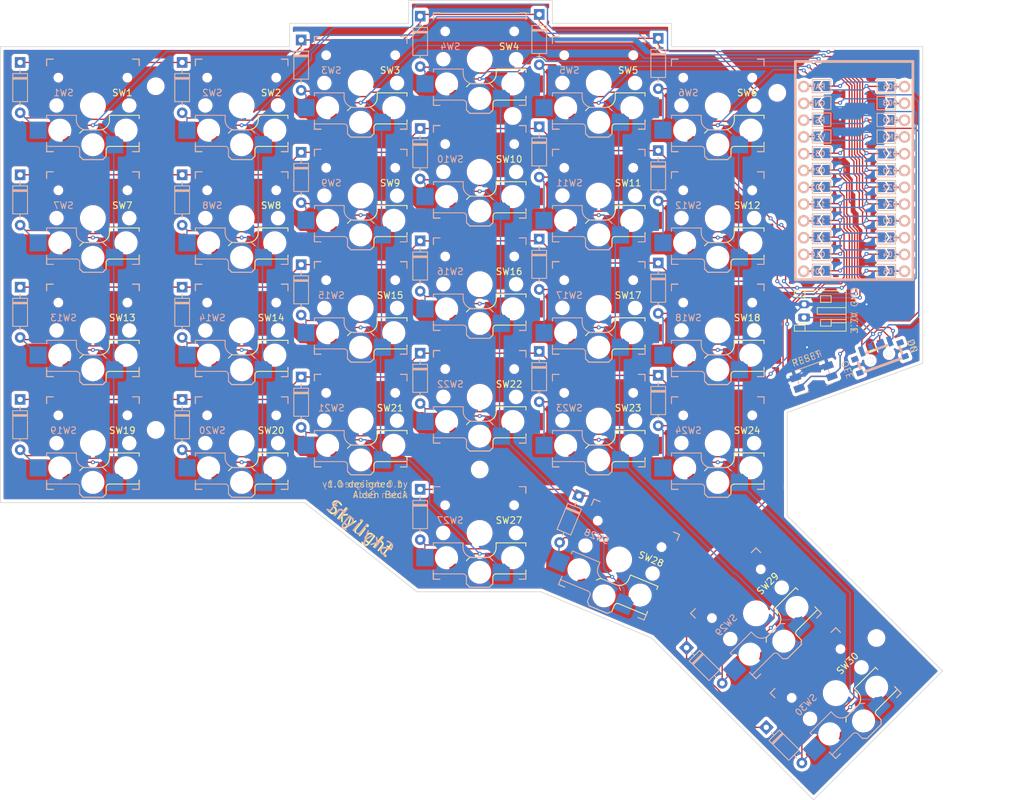
<source format=kicad_pcb>
(kicad_pcb (version 20241229) (generator "pcbnew") (generator_version "9.0")
  (title_block (title "Skylight") (date "2025-03-17") (rev "1.0"))
  (layers (0 "F.Cu" signal) (2 "B.Cu" signal) (13 "F.Paste" user) (15 "B.Paste" user) (5 "F.SilkS" user "F.Silkscreen") (7 "B.SilkS" user "B.Silkscreen") (1 "F.Mask" user) (3 "B.Mask" user) (25 "Edge.Cuts" user))
  (net 0 "")
  (net 1 "Net-(D1-A)")
  (net 2 "Net-(D2-A)")
  (net 3 "Net-(D3-A)")
  (net 4 "Net-(D4-A)")
  (net 5 "Net-(D5-A)")
  (net 6 "Net-(D6-A)")
  (net 7 "Net-(D7-A)")
  (net 8 "Net-(D8-A)")
  (net 9 "Net-(D9-A)")
  (net 10 "Net-(D10-A)")
  (net 11 "Net-(D11-A)")
  (net 12 "Net-(D12-A)")
  (net 13 "Net-(D13-A)")
  (net 14 "Net-(D14-A)")
  (net 15 "Net-(D15-A)")
  (net 16 "Net-(D16-A)")
  (net 17 "Net-(D17-A)")
  (net 18 "Net-(D18-A)")
  (net 19 "Net-(D19-A)")
  (net 20 "Net-(D20-A)")
  (net 21 "Net-(D21-A)")
  (net 22 "Net-(D22-A)")
  (net 23 "Net-(D23-A)")
  (net 24 "Net-(D24-A)")
  (net 25 "Net-(D27-A)")
  (net 26 "Net-(D28-A)")
  (net 27 "COL1")
  (net 28 "COL2")
  (net 29 "COL3")
  (net 30 "COL4")
  (net 31 "COL5")
  (net 32 "COL6")
  (net 33 "ROW1")
  (net 34 "ROW2")
  (net 35 "ROW3")
  (net 36 "ROW4")
  (net 37 "ROW5")
  (net 38 "Net-(D29-A)")
  (net 39 "Net-(D30-A)")
  (net 40 "GND")
  (net 41 "Net-(J2-Pin_1)")
  (net 42 "unconnected-(U1-RX1{slash}P0.08-Pad2)")
  (net 43 "unconnected-(U1-P1.04-Pad11)")
  (net 44 "BAT_3.7V")
  (net 45 "unconnected-(U1-TX0{slash}P0.06-Pad1)")
  (net 46 "unconnected-(U1-NFC1{slash}P0.09-Pad13)")
  (net 47 "unconnected-(U1-P1.06-Pad12)")
  (net 48 "unconnected-(U1-P0.17-Pad5)")
  (net 49 "RESET")
  (net 50 "unconnected-(U1-VCC-Pad21)")
  (net 51 "unconnected-(SW25-A-Pad1)")
  (net 52 "unconnected-(U1-NFC2{slash}P0.10-Pad14)")
  (footprint "Diode_THT:D_DO-35_SOD27_P7.62mm_Horizontal" (layer "F.Cu") (at 93 45.4 -90)
    (property "Reference" "D10" (hide yes))
    (property "Value" "D")
  )
  (footprint "Jumper:SolderJumper-2_P1.3mm_Open_TrianglePad1.0x1.5mm" (layer "F.Cu") (at 163.5 66.96)
    (property "Reference" "REF**11" (hide yes))
    (property "Value" "SolderJumper-2_P1.3mm_Open_TrianglePad1.0x1.5mm")
  )
  (footprint "choc_switch:Kailh_socket_PG1350_reversible_1.5u" (layer "F.Cu") (at 43.5 75.95)
    (property "Reference" "SW13")
    (property "Value" "SW_Push")
  )
  (footprint "choc_switch:Kailh_socket_PG1350_reversible_1u" (layer "F.Cu") (at 66 93)
    (property "Reference" "SW20")
    (property "Value" "SW_Push")
  )
  (footprint "Diode_THT:D_DO-35_SOD27_P7.62mm_Horizontal" (layer "F.Cu") (at 32.5 86.4 -90)
    (property "Reference" "D19" (hide yes))
    (property "Value" "D")
  )
  (footprint "choc_switch:Kailh_socket_PG1350_reversible_1u" (layer "F.Cu") (at 84 89.6)
    (property "Reference" "SW21")
    (property "Value" "SW_Push")
  )
  (footprint "Diode_THT:D_DO-35_SOD27_P7.62mm_Horizontal" (layer "F.Cu") (at 75 83 -90)
    (property "Reference" "D21" (hide yes))
    (property "Value" "D")
  )
  (footprint "choc_switch:Kailh_socket_PG1350_reversible_1u" (layer "F.Cu") (at 120 89.6)
    (property "Reference" "SW23")
    (property "Value" "SW_Push")
  )
  (footprint "Diode_THT:D_DO-35_SOD27_P7.62mm_Horizontal" (layer "F.Cu") (at 57 86.4 -90)
    (property "Reference" "D20" (hide yes))
    (property "Value" "D")
  )
  (footprint "MountingHole:MountingHole_2.2mm_M2" (layer "F.Cu") (at 53 39)
    (property "Reference" "REF**" (hide yes))
    (property "Value" "MountingHole_2.2mm_M2")
  )
  (footprint "Jumper:SolderJumper-2_P1.3mm_Open_TrianglePad1.0x1.5mm" (layer "F.Cu") (at 153.7 64.38 180)
    (property "Reference" "REF**2" (hide yes))
    (property "Value" "SolderJumper-2_P1.3mm_Open_TrianglePad1.0x1.5mm")
  )
  (footprint "Jumper:SolderJumper-2_P1.3mm_Open_TrianglePad1.0x1.5mm" (layer "F.Cu") (at 153.7 54.22 180)
    (property "Reference" "REF**6" (hide yes))
    (property "Value" "SolderJumper-2_P1.3mm_Open_TrianglePad1.0x1.5mm")
  )
  (footprint "MountingHole:MountingHole_2.2mm_M2" (layer "F.Cu") (at 107 43.5)
    (property "Reference" "REF**" (hide yes))
    (property "Value" "MountingHole_2.2mm_M2")
  )
  (footprint "choc_switch:Kailh_socket_PG1350_reversible_1u" (layer "F.Cu") (at 138 75.95)
    (property "Reference" "SW18")
    (property "Value" "SW_Push")
  )
  (footprint "choc_switch:Kailh_socket_PG1350_reversible_1u" (layer "F.Cu") (at 102 51.95)
    (property "Reference" "SW10")
    (property "Value" "SW_Push")
  )
  (footprint "Diode_THT:D_DO-35_SOD27_P7.62mm_Horizontal" (layer "F.Cu") (at 129 65.75 -90)
    (property "Reference" "D18" (hide yes))
    (property "Value" "D")
  )
  (footprint "Diode_THT:D_DO-35_SOD27_P7.62mm_Horizontal" (layer "F.Cu") (at 111 45.13 -90)
    (property "Reference" "D11" (hide yes))
    (property "Value" "D")
  )
  (footprint "Diode_THT:D_DO-35_SOD27_P7.62mm_Horizontal" (layer "F.Cu") (at 57 69.4 -90)
    (property "Reference" "D14" (hide yes))
    (property "Value" "D")
  )
  (footprint "Jumper:SolderJumper-2_P1.3mm_Open_TrianglePad1.0x1.5mm" (layer "F.Cu") (at 153.7 51.68 180)
    (property "Reference" "REF**7" (hide yes))
    (property "Value" "SolderJumper-2_P1.3mm_Open_TrianglePad1.0x1.5mm")
  )
  (footprint "choc_switch:Kailh_socket_PG1350_reversible_1u" (layer "F.Cu") (at 101.98 106.6)
    (property "Reference" "SW27")
    (property "Value" "SW_Push")
  )
  (footprint "Diode_THT:D_DO-35_SOD27_P7.62mm_Horizontal" (layer "F.Cu") (at 32.5 35.4 -90)
    (property "Reference" "D1" (hide yes))
    (property "Value" "D")
  )
  (footprint "choc_switch:Kailh_socket_PG1350_reversible_1u" (layer "F.Cu") (at 138 41.9)
    (property "Reference" "SW6")
    (property "Value" "SW_Push")
  )
  (footprint "MountingHole:MountingHole_2.2mm_M2" (layer "F.Cu") (at 102 97)
    (property "Reference" "REF**" (hide yes))
    (property "Value" "MountingHole_2.2mm_M2")
  )
  (footprint "Diode_THT:D_DO-35_SOD27_P7.62mm_Horizontal" (layer "F.Cu") (at 93 79.4 -90)
    (property "Reference" "D22" (hide yes))
    (property "Value" "D")
  )
  (footprint "choc_switch:Kailh_socket_PG1350_reversible_1.5u" (layer "F.Cu") (at 43.5 93)
    (property "Reference" "SW19")
    (property "Value" "SW_Push")
  )
  (footprint "Jumper:SolderJumper-2_P1.3mm_Open_TrianglePad1.0x1.5mm" (layer "F.Cu") (at 153.7 41.52 180)
    (property "Reference" "REF**11" (hide yes))
    (property "Value" "SolderJumper-2_P1.3mm_Open_TrianglePad1.0x1.5mm")
  )
  (footprint "Jumper:SolderJumper-2_P1.3mm_Open_TrianglePad1.0x1.5mm" (layer "F.Cu") (at 153.7 66.92 180)
    (property "Reference" "REF**1" (hide yes))
    (property "Value" "SolderJumper-2_P1.3mm_Open_TrianglePad1.0x1.5mm")
  )
  (footprint "Diode_THT:D_DO-35_SOD27_P7.62mm_Horizontal" (layer "F.Cu") (at 93 28.4 -90)
    (property "Reference" "D4" (hide yes))
    (property "Value" "D")
  )
  (footprint "Diode_THT:D_DO-35_SOD27_P7.62mm_Horizontal" (layer "F.Cu") (at 111 28.13 -90)
    (property "Reference" "D5" (hide yes))
    (property "Value" "D")
  )
  (footprint "Jumper:SolderJumper-2_P1.3mm_Open_TrianglePad1.0x1.5mm" (layer "F.Cu") (at 163.5 46.64)
    (property "Reference" "REF**4" (hide yes))
    (property "Value" "SolderJumper-2_P1.3mm_Open_TrianglePad1.0x1.5mm")
  )
  (footprint "choc_switch:Kailh_socket_PG1350_reversible_1u" (layer "F.Cu") (at 102 68.95)
    (property "Reference" "SW16")
    (property "Value" "SW_Push")
  )
  (footprint "Diode_THT:D_DO-35_SOD27_P7.62mm_Horizontal" (layer "F.Cu") (at 129 82.75 -90)
    (property "Reference" "D24" (hide yes))
    (property "Value" "D")
  )
  (footprint "Diode_THT:D_DO-35_SOD27_P7.62mm_Horizontal" (layer "F.Cu") (at 57 35.4 -90)
    (property "Reference" "D2" (hide yes))
    (property "Value" "D")
  )
  (footprint "choc_switch:Kailh_socket_PG1350_reversible_1u" (layer "F.Cu") (at 120 72.55)
    (property "Reference" "SW17")
    (property "Value" "SW_Push")
  )
  (footprint "Jumper:SolderJumper-2_P1.3mm_Open_TrianglePad1.0x1.5mm" (layer "F.Cu") (at 163.5 64.42)
    (property "Reference" "REF**11" (hide yes))
    (property "Value" "SolderJumper-2_P1.3mm_Open_TrianglePad1.0x1.5mm")
  )
  (footprint "Jumper:SolderJumper-2_P1.3mm_Open_TrianglePad1.0x1.5mm" (layer "F.Cu") (at 153.7 49.14 180)
    (property "Reference" "REF**8" (hide yes))
    (property "Value" "SolderJumper-2_P1.3mm_Open_TrianglePad1.0x1.5mm")
  )
  (footprint "Diode_THT:D_DO-35_SOD27_P7.62mm_Horizontal" (layer "F.Cu") (at 57 52.4 -90)
    (property "Reference" "D8" (hide yes))
    (property "Value" "D")
  )
  (footprint "choc_switch:Kailh_socket_PG1350_reversible_1u" (layer "F.Cu") (at 138 93)
    (property "Reference" "SW24")
    (property "Value" "SW_Push")
  )
  (footprint "Diode_THT:D_DO-35_SOD27_P7.62mm_Horizontal" (layer "F.Cu") (at 133.280118 123.963941 -45)
    (property "Reference" "D29" (hide yes))
    (property "Value" "D")
  )
  (footprint "power_switch:SSSS810701" (layer "F.Cu") (at 162.5 80 20)
    (property "Reference" "SW25" (hide yes))
    (property "Value" "SW_SPDT" (hide yes))
  )
  (footprint "Diode_THT:D_DO-35_SOD27_P7.62mm_Horizontal" (layer "F.Cu") (at 32.5 69.4 -90)
    (property "Reference" "D13" (hide yes))
    (property "Value" "D")
  )
  (footprint "Button_Switch_SMD:Panasonic_EVQPUJ_EVQPUA" (layer "F.Cu") (at 152.5 83 -160)
    (property "Reference" "SW51" (hide yes))
    (property "Value" "SW_Push")
  )
  (footprint "Diode_THT:D_DO-35_SOD27_P7.62mm_Horizontal" (layer "F.Cu") (at 129 48.74 -90)
    (property "Reference" "D12" (hide yes))
    (property "Value" "D")
  )
  (footprint "choc_switch:Kailh_socket_PG1350_reversible_1u" (layer "F.Cu") (at 138 58.95)
    (property "Reference" "SW12")
    (property "Value" "SW_Push")
  )
  (footprint "nice_nano_v2:nice_nano_reverseible" (layer "F.Cu") (at 158.62 53.03 -90)
    (property "Reference" "U1" (hide yes))
    (property "Value" "nice_nano" (hide yes))
  )
  (footprint "choc_switch:Kailh_socket_PG1350_reversible_1u" (layer "F.Cu") (at 66 58.95)
    (property "Reference" "SW8")
    (property "Value" "SW_Push")
  )
  (footprint "choc_switch:Kailh_socket_PG1350_reversible_1u" (layer "F.Cu") (at 84 55.55)
    (property "Reference" "SW9")
    (property "Value" "SW_Push")
  )
  (footprint "Jumper:SolderJumper-2_P1.3mm_Open_TrianglePad1.0x1.5mm" (layer "F.Cu") (at 153.7 38.98 180)
    (property "Reference" "REF**" (hide yes))
    (property "Value" "SolderJumper-2_P1.3mm_Open_TrianglePad1.0x1.5mm")
  )
  (footprint "Diode_THT:D_DO-35_SOD27_P7.62mm_Horizontal" (layer "F.Cu") (at 75 49 -90)
    (property "Reference" "D9" (hide yes))
    (property "Value" "D")
  )
  (footprint "Jumper:SolderJumper-2_P1.3mm_Open_TrianglePad1.0x1.5mm" (layer "F.Cu") (at 153.7 61.84 180)
    (property "Reference" "REF**3" (hide yes))
    (property "Value" "SolderJumper-2_P1.3mm_Open_TrianglePad1.0x1.5mm")
  )
  (footprint "choc_switch:Kailh_socket_PG1350_reversible_1u" (layer "F.Cu") (at 123.070078 110.622035 -22.5)
    (property "Reference" "SW28")
    (property "Value" "SW_Push")
  )
  (footprint "Diode_THT:D_DO-35_SOD27_P7.62mm_Horizontal" (layer "F.Cu") (at 75 66 -90)
    (property "Reference" "D15" (hide yes))
    (property "Value" "D")
  )
  (footprint "choc_switch:Kailh_socket_PG1350_reversible_1u" (layer "F.Cu") (at 120 38.5)
    (property "Reference" "SW5")
    (property "Value" "SW_Push")
  )
  (footprint "Jumper:SolderJumper-2_P1.3mm_Open_TrianglePad1.0x1.5mm" (layer "F.Cu") (at 153.7 44.06 180)
    (property "Reference" "REF**10" (hide yes))
    (property "Value" "SolderJumper-2_P1.3mm_Open_TrianglePad1.0x1.5mm")
  )
  (footprint "MountingHole:MountingHole_2.2mm_M2" (layer "F.Cu") (at 53 91)
    (property "Reference" "REF**" (hide yes))
    (property "Value" "MountingHole_2.2mm_M2")
  )
  (footprint "Jumper:SolderJumper-2_P1.3mm_Open_TrianglePad1.0x1.5mm" (layer "F.Cu") (at 163.5 61.88)
    (property "Reference" "REF**10" (hide yes))
    (property "Value" "SolderJumper-2_P1.3mm_Open_TrianglePad1.0x1.5mm")
  )
  (footprint "MountingHole:MountingHole_2.2mm_M2" (layer "F.Cu") (at 162 122.5)
    (property "Reference" "REF**" (hide yes))
    (property "Value" "MountingHole_2.2mm_M2")
  )
  (footprint "choc_switch:Kailh_socket_PG1350_reversible_1u" (layer "F.Cu") (at 120 55.55)
    (property "Reference" "SW11")
    (property "Value" "SW_Push")
  )
  (footprint "MountingHole:MountingHole_2.2mm_M2" (layer "F.Cu") (at 147 40)
    (property "Reference" "REF**" (hide yes))
    (property "Value" "MountingHole_2.2mm_M2")
  )
  (footprint "Jumper:SolderJumper-2_P1.3mm_Open_TrianglePad1.0x1.5mm" (layer "F.Cu") (at 163.5 41.56)
    (property "Reference" "REF**2" (hide yes))
    (property "Value" "SolderJumper-2_P1.3mm_Open_TrianglePad1.0x1.5mm")
  )
  (footprint "choc_switch:Kailh_socket_PG1350_reversible_1.5u" (layer "F.Cu") (at 43.5 58.95)
    (property "Reference" "SW7")
    (property "Value" "SW_Push")
  )
  (footprint "Jumper:SolderJumper-2_P1.3mm_Open_TrianglePad1.0x1.5mm" (layer "F.Cu") (at 153.7 56.76 180)
    (property "Reference" "REF**5" (hide yes))
    (property "Value" "SolderJumper-2_P1.3mm_Open_TrianglePad1.0x1.5mm")
  )
  (footprint "Jumper:SolderJumper-2_P1.3mm_Open_TrianglePad1.0x1.5mm" (layer "F.Cu") (at 153.7 46.6 180)
    (property "Reference" "REF**9" (hide yes))
    (property "Value" "SolderJumper-2_P1.3mm_Open_TrianglePad1.0x1.5mm")
  )
  (footprint "choc_switch:Kailh_socket_PG1350_reversible_1u" (layer "F.Cu") (at 66 41.9)
    (property "Reference" "SW2")
    (property "Value" "SW_Push")
  )
  (footprint "choc_switch:Kailh_socket_PG1350_reversible_1u" (layer "F.Cu") (at 84 38.5)
    (property "Reference" "SW3")
    (property "Value" "SW_Push")
  )
  (footprint "choc_switch:Kailh_socket_PG1350_reversible_1u" (layer "F.Cu") (at 84 72.55)
    (property "Reference" "SW15")
    (property "Value" "SW_Push")
  )
  (footprint "choc_switch:Kailh_socket_PG1350_reversible_1u" (layer "F.Cu") (at 102 34.9)
    (property "Reference" "SW4")
    (property "Value" "SW_Push")
  )
  (footprint "Diode_THT:D_DO-35_SOD27_P7.62mm_Horizontal" (layer "F.Cu") (at 93 62.4 -90)
    (property "Reference" "D16" (hide yes))
    (property "Value" "D")
  )
  (footprint "choc_switch:Kailh_socket_PG1350_reversible_1u" (layer "F.Cu") (at 102 86)
    (property "Reference" "SW22")
    (property "Value" "SW_Push")
  )
  (footprint "choc_switch:Kailh_socket_PG1350_reversible_1.5u" (layer "F.Cu") (at 43.5 41.9)
    (property "Reference" "SW1")
    (property "Value" "SW_Push")
  )
  (footprint "Diode_THT:D_DO-35_SOD27_P7.62mm_Horizontal" (layer "F.Cu") (at 117 101 -112.5)
    (property "Reference" "D28" (hide yes))
    (property "Value" "D")
  )
  (footprint "Jumper:SolderJumper-2_P1.3mm_Open_TrianglePad1.0x1.5mm" (layer "F.Cu") (at 163.5 39.02)
    (property "Reference" "REF**1" (hide yes))
    (property "Value" "SolderJumper-2_P1.3mm_Open_TrianglePad1.0x1.5mm")
  )
  (footprint "Jumper:SolderJumper-2_P1.3mm_Open_TrianglePad1.0x1.5mm" (layer "F.Cu") (at 153.7 59.3 180)
    (property "Reference" "REF**4" (hide yes))
    (property "Value" "SolderJumper-2_P1.3mm_Open_TrianglePad1.0x1.5mm")
  )
  (footprint "Jumper:SolderJumper-2_P1.3mm_Open_TrianglePad1.0x1.5mm" (layer "F.Cu") (at 163.5 49.18)
    (property "Reference" "REF**5" (hide yes))
    (property "Value" "SolderJumper-2_P1.3mm_Open_TrianglePad1.0x1.5mm")
  )
  (footprint "choc_switch:Kailh_socket_PG1350_reversible_1u" (layer "F.Cu") (at 66 75.95)
    (property "Reference" "SW14")
    (property "Value" "SW_Push")
  )
  (footprint "Connector_JST:JST_PH_S2B-PH-K_1x02_P2.00mm_Horizontal" (layer "F.Cu") (at 151.05 74 90)
    (property "Reference" "J2" (hide yes))
    (property "Value" "Conn_01x02_Socket")
  )
  (footprint "choc_switch:Kailh_socket_PG1350_reversible_1.5u" (layer "F.Cu") (at 143.780118 118.763941 45)
    (property "Reference" "SW29")
    (property "Value" "SW_Push")
  )
  (footprint "choc_switch:Kailh_socket_PG1350_reversible_1.5u" (layer "F.Cu") (at 155.841064 130.832692 45)
    (property "Reference" "SW30")
    (property "Value" "SW_Push")
  )
  (footprint "Jumper:SolderJumper-2_P1.3mm_Open_TrianglePad1.0x1.5mm" (layer "F.Cu") (at 163.5 51.72)
    (property "Reference" "REF**6" (hide yes))
    (property "Value" "SolderJumper-2_P1.3mm_Open_TrianglePad1.0x1.5mm")
  )
  (footprint "Diode_THT:D_DO-35_SOD27_P7.62mm_Horizontal" (layer "F.Cu") (at 111 79.13 -90)
    (property "Reference" "D23" (hide yes))
    (property "Value" "D")
  )
  (footprint "Diode_THT:D_DO-35_SOD27_P7.62mm_Horizontal" (layer "F.Cu") (at 145.336042 136.019865 -45)
    (property "Reference" "D30" (hide yes))
    (property "Value" "D")
  )
  (footprint "Diode_THT:D_DO-35_SOD27_P7.62mm_Horizontal" (layer "F.Cu") (at 93 100 -90)
    (property "Reference" "D27" (hide yes))
    (property "Value" "D")
  )
  (footprint "Jumper:SolderJumper-2_P1.3mm_Open_TrianglePad1.0x1.5mm" (layer "F.Cu") (at 163.5 54.26)
    (property "Reference" "REF**7" (hide yes))
    (property "Value" "SolderJumper-2_P1.3mm_Open_TrianglePad1.0x1.5mm")
  )
  (footprint "Diode_THT:D_DO-35_SOD27_P7.62mm_Horizontal" (layer "F.Cu") (at 32.5 52.4 -90)
    (property "Reference" "D7" (hide yes))
    (property "Value" "D")
  )
  (footprint "Jumper:SolderJumper-2_P1.3mm_Open_TrianglePad1.0x1.5mm" (layer "F.Cu") (at 163.5 56.8)
    (property "Reference" "REF**8" (hide yes))
    (property "Value" "SolderJumper-2_P1.3mm_Open_TrianglePad1.0x1.5mm")
  )
  (footprint "Diode_THT:D_DO-35_SOD27_P7.62mm_Horizontal" (layer "F.Cu") (at 129 31.75 -90)
    (property "Reference" "D6" (hide yes))
    (property "Value" "D")
  )
  (footprint "Diode_THT:D_DO-35_SOD27_P7.62mm_Horizontal" (layer "F.Cu") (at 75 32 -90)
    (property "Reference" "D3" (hide yes))
    (property "Value" "D")
  )
  (footprint "Jumper:SolderJumper-2_P1.3mm_Open_TrianglePad1.0x1.5mm" (layer "F.Cu") (at 163.5 59.34)
    (property "Reference" "REF**9" (hide yes))
    (property "Value" "SolderJumper-2_P1.3mm_Open_TrianglePad1.0x1.5mm")
  )
  (footprint "Diode_THT:D_DO-35_SOD27_P7.62mm_Horizontal" (layer "F.Cu") (at 111 62.13 -90)
    (property "Reference" "D17" (hide yes))
    (property "Value" "D")
  )
  (footprint "Jumper:SolderJumper-2_P1.3mm_Open_TrianglePad1.0x1.5mm" (layer "F.Cu") (at 163.5 44.1)
    (property "Reference" "REF**3" (hide yes))
    (property "Value" "SolderJumper-2_P1.3mm_Open_TrianglePad1.0x1.5mm")
  )
  (footprint "Jumper:SolderJumper-2_P1.3mm_Open_TrianglePad1.0x1.5mm" (layer "B.Cu") (at 153.7 49.14 180)
    (property "Reference" "REF**5" (hide yes))
    (property "Value" "SolderJumper-2_P1.3mm_Open_TrianglePad1.0x1.5mm")
  )
  (footprint "Jumper:SolderJumper-2_P1.3mm_Open_TrianglePad1.0x1.5mm" (layer "B.Cu") (at 153.7 41.52 180)
    (property "Reference" "REF**2" (hide yes))
    (property "Value" "SolderJumper-2_P1.3mm_Open_TrianglePad1.0x1.5mm")
  )
  (footprint "Jumper:SolderJumper-2_P1.3mm_Open_TrianglePad1.0x1.5mm" (layer "B.Cu") (at 153.7 54.22 180)
    (property "Reference" "REF**7" (hide yes))
    (property "Value" "SolderJumper-2_P1.3mm_Open_TrianglePad1.0x1.5mm")
  )
  (footprint "Jumper:SolderJumper-2_P1.3mm_Open_TrianglePad1.0x1.5mm" (layer "B.Cu") (at 163.5 44.1)
    (property "Reference" "REF**10" (hide yes))
    (property "Value" "SolderJumper-2_P1.3mm_Open_TrianglePad1.0x1.5mm")
  )
  (footprint "Jumper:SolderJumper-2_P1.3mm_Open_TrianglePad1.0x1.5mm" (layer "B.Cu") (at 163.5 51.72)
    (property "Reference" "REF**7" (hide yes))
    (property "Value" "SolderJumper-2_P1.3mm_Open_TrianglePad1.0x1.5mm")
  )
  (footprint "Jumper:SolderJumper-2_P1.3mm_Open_TrianglePad1.0x1.5mm" (layer "B.Cu") (at 153.7 66.92 180)
    (property "Reference" "REF**" (hide yes))
    (property "Value" "SolderJumper-2_P1.3mm_Open_TrianglePad1.0x1.5mm")
  )
  (footprint "Jumper:SolderJumper-2_P1.3mm_Open_TrianglePad1.0x1.5mm" (layer "B.Cu") (at 163.5 66.96)
    (property "Reference" "REF**1" (hide yes))
    (property "Value" "SolderJumper-2_P1.3mm_Open_TrianglePad1.0x1.5mm")
  )
  (footprint "Jumper:SolderJumper-2_P1.3mm_Open_TrianglePad1.0x1.5mm" (layer "B.Cu") (at 163.5 56.8)
    (property "Reference" "REF**5" (hide yes))
    (property "Value" "SolderJumper-2_P1.3mm_Open_TrianglePad1.0x1.5mm")
  )
  (footprint "Jumper:SolderJumper-2_P1.3mm_Open_TrianglePad1.0x1.5mm" (layer "B.Cu") (at 163.5 49.18)
    (property "Reference" "REF**8" (hide yes))
    (property "Value" "SolderJumper-2_P1.3mm_Open_TrianglePad1.0x1.5mm")
  )
  (footprint "power_switch:SSSS810701" (layer "B.Cu") (at 162.5 80 -160)
    (property "Reference" "SW25" (hide yes))
    (property "Value" "SW_SPDT" (hide yes))
  )
  (footprint "Jumper:SolderJumper-2_P1.3mm_Open_TrianglePad1.0x1.5mm" (layer "B.Cu") (at 163.5 41.56)
    (property "Reference" "REF**11" (hide yes))
    (property "Value" "SolderJumper-2_P1.3mm_Open_TrianglePad1.0x1.5mm")
  )
  (footprint "Jumper:SolderJumper-2_P1.3mm_Open_TrianglePad1.0x1.5mm" (layer "B.Cu") (at 163.5 39.02)
    (property "Reference" "REF**" (hide yes))
    (property "Value" "SolderJumper-2_P1.3mm_Open_TrianglePad1.0x1.5mm")
  )
  (footprint "Jumper:SolderJumper-2_P1.3mm_Open_TrianglePad1.0x1.5mm" (layer "B.Cu") (at 153.7 64.38 180)
    (property "Reference" "REF**11" (hide yes))
    (property "Value" "SolderJumper-2_P1.3mm_Open_TrianglePad1.0x1.5mm")
  )
  (footprint "Jumper:SolderJumper-2_P1.3mm_Open_TrianglePad1.0x1.5mm" (layer "B.Cu") (at 163.5 61.88)
    (property "Reference" "REF**3" (hide yes))
    (property "Value" "SolderJumper-2_P1.3mm_Open_TrianglePad1.0x1.5mm")
  )
  (footprint "Jumper:SolderJumper-2_P1.3mm_Open_TrianglePad1.0x1.5mm" (layer "B.Cu") (at 153.7 46.6 180)
    (property "Reference" "REF**4" (hide yes))
    (property "Value" "SolderJumper-2_P1.3mm_Open_TrianglePad1.0x1.5mm")
  )
  (footprint "Jumper:SolderJumper-2_P1.3mm_Open_TrianglePad1.0x1.5mm" (layer "B.Cu") (at 153.7 51.68 180)
    (property "Reference" "REF**6" (hide yes))
    (property "Value" "SolderJumper-2_P1.3mm_Open_TrianglePad1.0x1.5mm")
  )
  (footprint "Button_Switch_SMD:Panasonic_EVQPUJ_EVQPUA" (layer "B.Cu") (at 152.5 83 20)
    (property "Reference" "SW51" (hide yes))
    (property "Value" "SW_Push")
  )
  (footprint "Jumper:SolderJumper-2_P1.3mm_Open_TrianglePad1.0x1.5mm" (layer "B.Cu") (at 153.7 61.84 180)
    (property "Reference" "REF**10" (hide yes))
    (property "Value" "SolderJumper-2_P1.3mm_Open_TrianglePad1.0x1.5mm")
  )
  (footprint "Jumper:SolderJumper-2_P1.3mm_Open_TrianglePad1.0x1.5mm" (layer "B.Cu") (at 153.7 59.3 180)
    (property "Reference" "REF**9" (hide yes))
    (property "Value" "SolderJumper-2_P1.3mm_Open_TrianglePad1.0x1.5mm")
  )
  (footprint "Jumper:SolderJumper-2_P1.3mm_Open_TrianglePad1.0x1.5mm" (layer "B.Cu") (at 163.5 54.26)
    (property "Reference" "REF**6" (hide yes))
    (property "Value" "SolderJumper-2_P1.3mm_Open_TrianglePad1.0x1.5mm")
  )
  (footprint "Jumper:SolderJumper-2_P1.3mm_Open_TrianglePad1.0x1.5mm" (layer "B.Cu") (at 153.7 56.76 180)
    (property "Reference" "REF**8" (hide yes))
    (property "Value" "SolderJumper-2_P1.3mm_Open_TrianglePad1.0x1.5mm")
  )
  (footprint "Jumper:SolderJumper-2_P1.3mm_Open_TrianglePad1.0x1.5mm" (layer "B.Cu") (at 163.5 46.64)
    (property "Reference" "REF**9" (hide yes))
    (property "Value" "SolderJumper-2_P1.3mm_Open_TrianglePad1.0x1.5mm")
  )
  (footprint "Jumper:SolderJumper-2_P1.3mm_Open_TrianglePad1.0x1.5mm" (layer "B.Cu") (at 153.7 44.06 180)
    (property "Reference" "REF**3" (hide yes))
    (property "Value" "SolderJumper-2_P1.3mm_Open_TrianglePad1.0x1.5mm")
  )
  (footprint "Jumper:SolderJumper-2_P1.3mm_Open_TrianglePad1.0x1.5mm" (layer "B.Cu") (at 163.5 59.34)
    (property "Reference" "REF**4" (hide yes))
    (property "Value" "SolderJumper-2_P1.3mm_Open_TrianglePad1.0x1.5mm")
  )
  (footprint "Jumper:SolderJumper-2_P1.3mm_Open_TrianglePad1.0x1.5mm" (layer "B.Cu") (at 163.5 64.42)
    (property "Reference" "REF**2" (hide yes))
    (property "Value" "SolderJumper-2_P1.3mm_Open_TrianglePad1.0x1.5mm")
  )
  (footprint "Jumper:SolderJumper-2_P1.3mm_Open_TrianglePad1.0x1.5mm" (layer "B.Cu") (at 153.7 38.98 180)
    (property "Reference" "REF**1" (hide yes))
    (property "Value" "SolderJumper-2_P1.3mm_Open_TrianglePad1.0x1.5mm")
  )
  (gr_line (start 148.5 88.375) (end 148.5 104) (stroke (width 0.1)) (layer "Edge.Cuts"))
  (gr_line (start 113 26) (end 91.25 26) (stroke (width 0.1)) (layer "Edge.Cuts"))
  (gr_line (start 128 122.5) (end 111.25 115.5) (stroke (width 0.1)) (layer "Edge.Cuts"))
  (gr_line (start 75.5 102) (end 29.5 102) (stroke (width 0.1)) (layer "Edge.Cuts"))
  (gr_line (start 131 29.5) (end 113 29.5) (stroke (width 0.1)) (layer "Edge.Cuts"))
  (gr_line (start 73.25 29.5) (end 73.25 33) (stroke (width 0.1)) (layer "Edge.Cuts"))
  (gr_line (start 172 127.5) (end 152.5 147) (stroke (width 0.1)) (layer "Edge.Cuts"))
  (gr_line (start 91.25 29.5) (end 73.25 29.5) (stroke (width 0.1)) (layer "Edge.Cuts"))
  (gr_line (start 169 33) (end 169 80.904661) (stroke (width 0.1)) (layer "Edge.Cuts"))
  (gr_line (start 148.5 104) (end 172 127.5) (stroke (width 0.1)) (layer "Edge.Cuts"))
  (gr_line (start 92.5 115.5) (end 75.5 102) (stroke (width 0.1)) (layer "Edge.Cuts"))
  (gr_line (start 131 29.5) (end 131 33) (stroke (width 0.1)) (layer "Edge.Cuts"))
  (gr_line (start 73.25 33) (end 29.5 33) (stroke (width 0.1)) (layer "Edge.Cuts"))
  (gr_line (start 29.5 102) (end 29.5 33) (stroke (width 0.1)) (layer "Edge.Cuts"))
  (gr_line (start 169 80.904661) (end 148.5 88.375) (stroke (width 0.1)) (layer "Edge.Cuts"))
  (gr_line (start 113 26) (end 113 29.5) (stroke (width 0.1)) (layer "Edge.Cuts"))
  (gr_line (start 91.25 26) (end 91.25 29.5) (stroke (width 0.1)) (layer "Edge.Cuts"))
  (gr_line (start 152.5 147) (end 128 122.5) (stroke (width 0.1)) (layer "Edge.Cuts"))
  (gr_line (start 111.25 115.5) (end 92.5 115.5) (stroke (width 0.1)) (layer "Edge.Cuts"))
  (gr_line (start 169 33) (end 131 33) (stroke (width 0.1)) (layer "Edge.Cuts"))
  (gr_text "Skylight" (at 78.4 103 321.5) (layer "F.SilkS") (effects (font (size 2 2) (thickness 0.25)) (justify left bottom)))
  (gr_text "GND" (at 159.25 72.5 90) (layer "F.SilkS") (effects (font (size 1 1) (thickness 0.1)) (justify left bottom)))
  (gr_text "RESET\n" (at 149.4 81.6 20) (layer "F.SilkS") (effects (font (size 1 1) (thickness 0.1)) (justify left bottom)))
  (gr_text "ON\n" (at 166.5 77.5 290) (layer "F.SilkS") (effects (font (size 1 1) (thickness 0.1)) (justify left bottom)))
  (gr_text "3.7V" (at 159.25 76.5 90) (layer "F.SilkS") (effects (font (size 1 1) (thickness 0.1)) (justify left bottom)))
  (gr_text "v1.0 designed by\nAlden Beck" (at 91.2 101.4 0) (layer "F.SilkS") (effects (font (size 1 1) (thickness 0.1)) (justify right bottom)))
  (gr_text "OFF\n" (at 156.5 80.75 290) (layer "F.SilkS") (effects (font (size 1 1) (thickness 0.1)) (justify left bottom)))
  (gr_text "ON\n" (at 167.25 79.5 290) (layer "B.SilkS") (effects (font (size 1 1) (thickness 0.1)) (justify left bottom mirror)))
  (gr_text "v1.0 designed by\nAlden Beck" (at 91.2 101.4 0) (layer "B.SilkS") (effects (font (size 1 1) (thickness 0.1)) (justify left bottom mirror)))
  (gr_text "GND" (at 158 72.5 -90) (layer "B.SilkS") (effects (font (size 1 1) (thickness 0.1)) (justify left bottom mirror)))
  (gr_text "OFF\n" (at 157.7 80.3 110) (layer "B.SilkS") (effects (font (size 1 1) (thickness 0.1)) (justify left bottom mirror)))
  (gr_text "Skylight" (at 88 110.6 321.5) (layer "B.SilkS") (effects (font (size 2 2) (thickness 0.25)) (justify left bottom mirror)))
  (gr_text "3.7V" (at 158 76.5 -90) (layer "B.SilkS") (effects (font (size 1 1) (thickness 0.1)) (justify left bottom mirror)))
  (gr_text "RESET\n" (at 154 79.9 20) (layer "B.SilkS") (effects (font (size 1 1) (thickness 0.1)) (justify left bottom mirror)))
  (segment (start 51.775 45.65) (end 51.775 44.15) (width 0.2) (layer "F.Cu") (net 1))
  (segment (start 51.775 44.15) (end 50.924 43.299) (width 0.2) (layer "F.Cu") (net 1))
  (segment (start 33.279 43.799) (end 32.5 43.02) (width 0.2) (layer "F.Cu") (net 1))
  (segment (start 39.266709 43.799) (end 33.279 43.799) (width 0.2) (layer "F.Cu") (net 1))
  (segment (start 50.924 43.299) (end 45.958164 43.299) (width 0.2) (layer "F.Cu") (net 1))
  (segment (start 39.474873 44.007164) (end 39.266709 43.799) (width 0.2) (layer "F.Cu") (net 1))
  (segment (start 45.958164 43.299) (end 45.25 44.007164) (width 0.2) (layer "F.Cu") (net 1))
  (segment (start 45.25 44.007164) (end 39.474873 44.007164) (width 0.2) (layer "F.Cu") (net 1))
  (segment (start 35.13 45.65) (end 32.5 43.02) (width 0.2) (layer "B.Cu") (net 1))
  (segment (start 35.225 45.65) (end 35.13 45.65) (width 0.2) (layer "B.Cu") (net 1))
  (segment (start 74.275 44.15) (end 73.424 43.299) (width 0.2) (layer "F.Cu") (net 2))
  (segment (start 61.766709 43.799) (end 57.779 43.799) (width 0.2) (layer "F.Cu") (net 2))
  (segment (start 57.779 43.799) (end 57 43.02) (width 0.2) (layer "F.Cu") (net 2))
  (segment (start 62.108854 44.141146) (end 61.766709 43.799) (width 0.2) (layer "F.Cu") (net 2))
  (segment (start 67.616018 44.141146) (end 62.108854 44.141146) (width 0.2) (layer "F.Cu") (net 2))
  (segment (start 74.275 45.65) (end 74.275 44.15) (width 0.2) (layer "F.Cu") (net 2))
  (segment (start 73.424 43.299) (end 68.458164 43.299) (width 0.2) (layer "F.Cu") (net 2))
  (segment (start 68.458164 43.299) (end 67.616018 44.141146) (width 0.2) (layer "F.Cu") (net 2))
  (segment (start 57.725 45.65) (end 57.725 43.745) (width 0.2) (layer "B.Cu") (net 2))
  (segment (start 57.725 43.745) (end 57 43.02) (width 0.2) (layer "B.Cu") (net 2))
  (segment (start 84.855558 40.5655) (end 83.144442 40.5655) (width 0.2) (layer "F.Cu") (net 3))
  (segment (start 75.13 39.75) (end 75 39.62) (width 0.2) (layer "F.Cu") (net 3))
  (segment (start 83.144442 40.5655) (end 82.328942 39.75) (width 0.2) (layer "F.Cu") (net 3))
  (segment (start 82.328942 39.75) (end 75.13 39.75) (width 0.2) (layer "F.Cu") (net 3))
  (segment (start 92.275 42.25) (end 92.275 40.75) (width 0.2) (layer "F.Cu") (net 3))
  (segment (start 92.275 40.75) (end 91.424 39.899) (width 0.2) (layer "F.Cu") (net 3))
  (segment (start 91.424 39.899) (end 85.522058 39.899) (width 0.2) (layer "F.Cu") (net 3))
  (segment (start 85.522058 39.899) (end 84.855558 40.5655) (width 0.2) (layer "F.Cu") (net 3))
  (segment (start 75.725 42.25) (end 75.725 40.345) (width 0.2) (layer "B.Cu") (net 3))
  (segment (start 75.725 40.345) (end 75 39.62) (width 0.2) (layer "B.Cu") (net 3))
  (segment (start 109.424 36.299) (end 103.522058 36.299) (width 0.2) (layer "F.Cu") (net 4))
  (segment (start 103.522058 36.299) (end 102.821058 37) (width 0.2) (layer "F.Cu") (net 4))
  (segment (start 110.275 37.15) (end 109.424 36.299) (width 0.2) (layer "F.Cu") (net 4))
  (segment (start 110.275 38.65) (end 110.275 37.15) (width 0.2) (layer "F.Cu") (net 4))
  (segment (start 102.821058 37) (end 97.895943 37) (width 0.2) (layer "F.Cu") (net 4))
  (segment (start 97.895943 37) (end 96.997843 36.1019) (width 0.2) (layer "F.Cu") (net 4))
  (segment (start 93.0819 36.1019) (end 93 36.02) (width 0.2) (layer "F.Cu") (net 4))
  (segment (start 96.997843 36.1019) (end 93.0819 36.1019) (width 0.2) (layer "F.Cu") (net 4))
  (segment (start 93.725 38.65) (end 93.725 36.745) (width 0.2) (layer "B.Cu") (net 4))
  (segment (start 93.725 36.745) (end 93 36.02) (width 0.2) (layer "B.Cu") (net 4))
  (segment (start 128.275 42.25) (end 128.275 41.132164) (width 0.2) (layer "F.Cu") (net 5))
  (segment (start 127.041836 39.899) (end 121.522058 39.899) (width 0.2) (layer "F.Cu") (net 5))
  (segment (start 118.265243 40.5655) (end 113.449743 35.75) (width 0.2) (layer "F.Cu") (net 5))
  (segment (start 120.855558 40.5655) (end 118.265243 40.5655) (width 0.2) (layer "F.Cu") (net 5))
  (segment (start 121.522058 39.899) (end 120.855558 40.5655) (width 0.2) (layer "F.Cu") (net 5))
  (segment (start 113.449743 35.75) (end 111 35.75) (width 0.2) (layer "F.Cu") (net 5))
  (segment (start 128.275 41.132164) (end 127.041836 39.899) (width 0.2) (layer "F.Cu") (net 5))
  (segment (start 111.725 42.25) (end 111.725 36.475) (width 0.2) (layer "B.Cu") (net 5))
  (segment (start 111.725 36.475) (end 111 35.75) (width 0.2) (layer "B.Cu") (net 5))
  (segment (start 140.458164 43.299) (end 139.458164 44.299) (width 0.2) (layer "F.Cu") (net 6))
  (segment (start 145.424 43.299) (end 140.458164 43.299) (width 0.2) (layer "F.Cu") (net 6))
  (segment (start 139.458164 44.299) (end 136.598743 44.299) (width 0.2) (layer "F.Cu") (net 6))
  (segment (start 136.598743 44.299) (end 131.669743 39.37) (width 0.2) (layer "F.Cu") (net 6))
  (segment (start 146.275 45.65) (end 146.275 44.15) (width 0.2) (layer "F.Cu") (net 6))
  (segment (start 146.275 44.15) (end 145.424 43.299) (width 0.2) (layer "F.Cu") (net 6))
  (segment (start 131.669743 39.37) (end 129 39.37) (width 0.2) (layer "F.Cu") (net 6))
  (segment (start 129.725 40.095) (end 129 39.37) (width 0.2) (layer "B.Cu") (net 6))
  (segment (start 129.725 45.65) (end 129.725 40.095) (width 0.2) (layer "B.Cu") (net 6))
  (segment (start 45.008164 61.299) (end 45.958164 60.349) (width 0.2) (layer "F.Cu") (net 7))
  (segment (start 45.958164 60.349) (end 50.924 60.349) (width 0.2) (layer "F.Cu") (net 7))
  (segment (start 41.549 61.299) (end 45.008164 61.299) (width 0.2) (layer "F.Cu") (net 7))
  (segment (start 33.299999 60.819999) (end 41.069999 60.819999) (width 0.2) (layer "F.Cu") (net 7))
  (segment (start 32.5 60.02) (end 33.299999 60.819999) (width 0.2) (layer "F.Cu") (net 7))
  (segment (start 51.775 61.2) (end 51.775 62.7) (width 0.2) (layer "F.Cu") (net 7))
  (segment (start 50.924 60.349) (end 51.775 61.2) (width 0.2) (layer "F.Cu") (net 7))
  (segment (start 41.069999 60.819999) (end 41.549 61.299) (width 0.2) (layer "F.Cu") (net 7))
  (segment (start 35.18 62.7) (end 32.5 60.02) (width 0.2) (layer "B.Cu") (net 7))
  (segment (start 35.225 62.7) (end 35.18 62.7) (width 0.2) (layer "B.Cu") (net 7))
  (segment (start 67.901 60.349) (end 67.2345 61.0155) (width 0.2) (layer "F.Cu") (net 8))
  (segment (start 63.402209 61.0155) (end 63.235709 60.849) (width 0.2) (layer "F.Cu") (net 8))
  (segment (start 63.235709 60.849) (end 57.829 60.849) (width 0.2) (layer "F.Cu") (net 8))
  (segment (start 74.275 62.7) (end 74.275 61.2) (width 0.2) (layer "F.Cu") (net 8))
  (segment (start 73.424 60.349) (end 67.901 60.349) (width 0.2) (layer "F.Cu") (net 8))
  (segment (start 67.2345 61.0155) (end 63.402209 61.0155) (width 0.2) (layer "F.Cu") (net 8))
  (segment (start 57.829 60.849) (end 57 60.02) (width 0.2) (layer "F.Cu") (net 8))
  (segment (start 74.275 61.2) (end 73.424 60.349) (width 0.2) (layer "F.Cu") (net 8))
  (segment (start 57.725 60.745) (end 57 60.02) (width 0.2) (layer "B.Cu") (net 8))
  (segment (start 57.725 62.7) (end 57.725 60.745) (width 0.2) (layer "B.Cu") (net 8))
  (segment (start 80.3655 57.6155) (end 79.5019 56.7519) (width 0.2) (layer "F.Cu") (net 9))
  (segment (start 91.041836 56.949) (end 85.522058 56.949) (width 0.2) (layer "F.Cu") (net 9))
  (segment (start 75.1319 56.7519) (end 75 56.62) (width 0.2) (layer "F.Cu") (net 9))
  (segment (start 92.275 58.182164) (end 91.041836 56.949) (width 0.2) (layer "F.Cu") (net 9))
  (segment (start 92.275 59.3) (end 92.275 58.182164) (width 0.2) (layer "F.Cu") (net 9))
  (segment (start 84.855558 57.6155) (end 80.3655 57.6155) (width 0.2) (layer "F.Cu") (net 9))
  (segment (start 79.5019 56.7519) (end 75.1319 56.7519) (width 0.2) (layer "F.Cu") (net 9))
  (segment (start 85.522058 56.949) (end 84.855558 57.6155) (width 0.2) (layer "F.Cu") (net 9))
  (segment (start 75.725 57.345) (end 75 56.62) (width 0.2) (layer "B.Cu") (net 9))
  (segment (start 75.725 59.3) (end 75.725 57.345) (width 0.2) (layer "B.Cu") (net 9))
  (segment (start 93.1319 53.1519) (end 93 53.02) (width 0.2) (layer "F.Cu") (net 10))
  (segment (start 109.041836 53.349) (end 103.522058 53.349) (width 0.2) (layer "F.Cu") (net 10))
  (segment (start 102.855558 54.0155) (end 98.0155 54.0155) (width 0.2) (layer "F.Cu") (net 10))
  (segment (start 110.275 54.582164) (end 109.041836 53.349) (width 0.2) (layer "F.Cu") (net 10))
  (segment (start 110.275 55.7) (end 110.275 54.582164) (width 0.2) (layer "F.Cu") (net 10))
  (segment (start 97.1519 53.1519) (end 93.1319 53.1519) (width 0.2) (layer "F.Cu") (net 10))
  (segment (start 98.0155 54.0155) (end 97.1519 53.1519) (width 0.2) (layer "F.Cu") (net 10))
  (segment (start 103.522058 53.349) (end 102.855558 54.0155) (width 0.2) (layer "F.Cu") (net 10))
  (segment (start 93.725 53.745) (end 93 53.02) (width 0.2) (layer "B.Cu") (net 10))
  (segment (start 93.725 55.7) (end 93.725 53.745) (width 0.2) (layer "B.Cu") (net 10))
  (segment (start 127.041836 56.949) (end 122.458164 56.949) (width 0.2) (layer "F.Cu") (net 11))
  (segment (start 128.275 59.3) (end 128.275 58.182164) (width 0.2) (layer "F.Cu") (net 11))
  (segment (start 113.399743 52.75) (end 111 52.75) (width 0.2) (layer "F.Cu") (net 11))
  (segment (start 122.458164 56.949) (end 121.508164 57.899) (width 0.2) (layer "F.Cu") (net 11))
  (segment (start 128.275 58.182164) (end 127.041836 56.949) (width 0.2) (layer "F.Cu") (net 11))
  (segment (start 121.508164 57.899) (end 118.548743 57.899) (width 0.2) (layer "F.Cu") (net 11))
  (segment (start 118.548743 57.899) (end 113.399743 52.75) (width 0.2) (layer "F.Cu") (net 11))
  (segment (start 111.725 59.3) (end 111.725 53.475) (width 0.2) (layer "B.Cu") (net 11))
  (segment (start 111.725 53.475) (end 111 52.75) (width 0.2) (layer "B.Cu") (net 11))
  (segment (start 136.265243 61.0155) (end 131.609743 56.36) (width 0.2) (layer "F.Cu") (net 12))
  (segment (start 131.609743 56.36) (end 129 56.36) (width 0.2) (layer "F.Cu") (net 12))
  (segment (start 146.275 62.7) (end 146.275 61.2) (width 0.2) (layer "F.Cu") (net 12))
  (segment (start 139.522058 60.349) (end 138.855558 61.0155) (width 0.2) (layer "F.Cu") (net 12))
  (segment (start 146.275 61.2) (end 145.424 60.349) (width 0.2) (layer "F.Cu") (net 12))
  (segment (start 138.855558 61.0155) (end 136.265243 61.0155) (width 0.2) (layer "F.Cu") (net 12))
  (segment (start 145.424 60.349) (end 139.522058 60.349) (width 0.2) (layer "F.Cu") (net 12))
  (segment (start 129.725 62.7) (end 129.725 57.085) (width 0.2) (layer "B.Cu") (net 12))
  (segment (start 129.725 57.085) (end 129 56.36) (width 0.2) (layer "B.Cu") (net 12))
  (segment (start 51.775 78.2) (end 50.924 77.349) (width 0.2) (layer "F.Cu") (net 13))
  (segment (start 38.768709 77.351) (end 32.831 77.351) (width 0.2) (layer "F.Cu") (net 13))
  (segment (start 32.831 77.351) (end 32.5 77.02) (width 0.2) (layer "F.Cu") (net 13))
  (segment (start 39.716709 78.299) (end 38.768709 77.351) (width 0.2) (layer "F.Cu") (net 13))
  (segment (start 51.775 79.7) (end 51.775 78.2) (width 0.2) (layer "F.Cu") (net 13))
  (segment (start 45.958164 77.349) (end 45.008164 78.299) (width 0.2) (layer "F.Cu") (net 13))
  (segment (start 45.008164 78.299) (end 39.716709 78.299) (width 0.2) (layer "F.Cu") (net 13))
  (segment (start 50.924 77.349) (end 45.958164 77.349) (width 0.2) (layer "F.Cu") (net 13))
  (segment (start 35.225 79.7) (end 35.18 79.7) (width 0.2) (layer "B.Cu") (net 13))
  (segment (start 35.18 79.7) (end 32.5 77.02) (width 0.2) (layer "B.Cu") (net 13))
  (segment (start 74.275 78.2) (end 73.424 77.349) (width 0.2) (layer "F.Cu") (net 14))
  (segment (start 61.766709 77.849) (end 57.829 77.849) (width 0.2) (layer "F.Cu") (net 14))
  (segment (start 57.829 77.849) (end 57 77.02) (width 0.2) (layer "F.Cu") (net 14))
  (segment (start 68.400943 77.349) (end 67.450943 78.299) (width 0.2) (layer "F.Cu") (net 14))
  (segment (start 73.424 77.349) (end 68.400943 77.349) (width 0.2) (layer "F.Cu") (net 14))
  (segment (start 74.275 79.7) (end 74.275 78.2) (width 0.2) (layer "F.Cu") (net 14))
  (segment (start 67.450943 78.299) (end 62.216709 78.299) (width 0.2) (layer "F.Cu") (net 14))
  (segment (start 62.216709 78.299) (end 61.766709 77.849) (width 0.2) (layer "F.Cu") (net 14))
  (segment (start 57.725 77.745) (end 57 77.02) (width 0.2) (layer "B.Cu") (net 14))
  (segment (start 57.725 79.7) (end 57.725 77.745) (width 0.2) (layer "B.Cu") (net 14))
  (segment (start 79.766709 74.449) (end 75.829 74.449) (width 0.2) (layer "F.Cu") (net 15))
  (segment (start 92.275 76.3) (end 92.275 74.8) (width 0.2) (layer "F.Cu") (net 15))
  (segment (start 86.051 73.949) (end 85.283855 74.716145) (width 0.2) (layer "F.Cu") (net 15))
  (segment (start 75.829 74.449) (end 75 73.62) (width 0.2) (layer "F.Cu") (net 15))
  (segment (start 80.033854 74.716145) (end 79.766709 74.449) (width 0.2) (layer "F.Cu") (net 15))
  (segment (start 92.275 74.8) (end 91.424 73.949) (width 0.2) (layer "F.Cu") (net 15))
  (segment (start 85.283855 74.716145) (end 80.033854 74.716145) (width 0.2) (layer "F.Cu") (net 15))
  (segment (start 91.424 73.949) (end 86.051 73.949) (width 0.2) (layer "F.Cu") (net 15))
  (segment (start 75.725 76.3) (end 75.725 74.345) (width 0.2) (layer "B.Cu") (net 15))
  (segment (start 75.725 74.345) (end 75 73.62) (width 0.2) (layer "B.Cu") (net 15))
  (segment (start 104.458164 70.349) (end 109.424 70.349) (width 0.2) (layer "F.Cu") (net 16))
  (segment (start 103.791664 71.0155) (end 104.458164 70.349) (width 0.2) (layer "F.Cu") (net 16))
  (segment (start 93 70.02) (end 93.799999 70.819999) (width 0.2) (layer "F.Cu") (net 16))
  (segment (start 100.948941 70.819999) (end 101.144442 71.0155) (width 0.2) (layer "F.Cu") (net 16))
  (segment (start 93.799999 70.819999) (end 100.948941 70.819999) (width 0.2) (layer "F.Cu") (net 16))
  (segment (start 101.144442 71.0155) (end 103.791664 71.0155) (width 0.2) (layer "F.Cu") (net 16))
  (segment (start 110.275 71.2) (end 110.275 72.7) (width 0.2) (layer "F.Cu") (net 16))
  (segment (start 109.424 70.349) (end 110.275 71.2) (width 0.2) (layer "F.Cu") (net 16))
  (segment (start 93.725 70.745) (end 93 70.02) (width 0.2) (layer "B.Cu") (net 16))
  (segment (start 93.725 72.7) (end 93.725 70.745) (width 0.2) (layer "B.Cu") (net 16))
  (segment (start 118.365888 74.716145) (end 113.399743 69.75) (width 0.2) (layer "F.Cu") (net 17))
  (segment (start 113.399743 69.75) (end 111 69.75) (width 0.2) (layer "F.Cu") (net 17))
  (segment (start 128.275 74.8) (end 127.424 73.949) (width 0.2) (layer "F.Cu") (net 17))
  (segment (start 122.051 73.949) (end 121.283855 74.716145) (width 0.2) (layer "F.Cu") (net 17))
  (segment (start 128.275 76.3) (end 128.275 74.8) (width 0.2) (layer "F.Cu") (net 17))
  (segment (start 121.283855 74.716145) (end 118.365888 74.716145) (width 0.2) (layer "F.Cu") (net 17))
  (segment (start 127.424 73.949) (end 122.051 73.949) (width 0.2) (layer "F.Cu") (net 17))
  (segment (start 111.725 70.475) (end 111 69.75) (width 0.2) (layer "B.Cu") (net 17))
  (segment (start 111.725 76.3) (end 111.725 70.475) (width 0.2) (layer "B.Cu") (net 17))
  (segment (start 146.275 78.582164) (end 145.041836 77.349) (width 0.2) (layer "F.Cu") (net 18))
  (segment (start 140.401 77.349) (end 139.7345 78.0155) (width 0.2) (layer "F.Cu") (net 18))
  (segment (start 145.041836 77.349) (end 140.401 77.349) (width 0.2) (layer "F.Cu") (net 18))
  (segment (start 139.7345 78.0155) (end 136.265243 78.0155) (width 0.2) (layer "F.Cu") (net 18))
  (segment (start 146.275 79.7) (end 146.275 78.582164) (width 0.2) (layer "F.Cu") (net 18))
  (segment (start 131.619743 73.37) (end 129 73.37) (width 0.2) (layer "F.Cu") (net 18))
  (segment (start 136.265243 78.0155) (end 131.619743 73.37) (width 0.2) (layer "F.Cu") (net 18))
  (segment (start 129.725 79.7) (end 129.725 74.095) (width 0.2) (layer "B.Cu") (net 18))
  (segment (start 129.725 74.095) (end 129 73.37) (width 0.2) (layer "B.Cu") (net 18))
  (segment (start 45.353057 94.399) (end 44.453057 95.299) (width 0.2) (layer "F.Cu") (net 19))
  (segment (start 50.924 94.399) (end 45.353057 94.399) (width 0.2) (layer "F.Cu") (net 19))
  (segment (start 51.775 96.75) (end 51.775 95.25) (width 0.2) (layer "F.Cu") (net 19))
  (segment (start 39.266709 94.899) (end 33.379 94.899) (width 0.2) (layer "F.Cu") (net 19))
  (segment (start 39.666709 95.299) (end 39.266709 94.899) (width 0.2) (layer "F.Cu") (net 19))
  (segment (start 33.379 94.899) (end 32.5 94.02) (width 0.2) (layer "F.Cu") (net 19))
  (segment (start 44.453057 95.299) (end 39.666709 95.299) (width 0.2) (layer "F.Cu") (net 19))
  (segment (start 51.775 95.25) (end 50.924 94.399) (width 0.2) (layer "F.Cu") (net 19))
  (segment (start 35.225 96.75) (end 35.225 96.745) (width 0.2) (layer "B.Cu") (net 19))
  (segment (start 35.225 96.745) (end 32.5 94.02) (width 0.2) (layer "B.Cu") (net 19))
  (segment (start 67.791664 95.0655) (end 62.8155 95.0655) (width 0.2) (layer "F.Cu") (net 20))
  (segment (start 57.1819 94.2019) (end 57 94.02) (width 0.2) (layer "F.Cu") (net 20))
  (segment (start 74.275 95.25) (end 73.424 94.399) (width 0.2) (layer "F.Cu") (net 20))
  (segment (start 73.424 94.399) (end 68.458164 94.399) (width 0.2) (layer "F.Cu") (net 20))
  (segment (start 62.8155 95.0655) (end 61.9519 94.2019) (width 0.2) (layer "F.Cu") (net 20))
  (segment (start 74.275 96.75) (end 74.275 95.25) (width 0.2) (layer "F.Cu") (net 20))
  (segment (start 61.9519 94.2019) (end 57.1819 94.2019) (width 0.2) (layer "F.Cu") (net 20))
  (segment (start 68.458164 94.399) (end 67.791664 95.0655) (width 0.2) (layer "F.Cu") (net 20))
  (segment (start 57.725 94.745) (end 57 94.02) (width 0.2) (layer "B.Cu") (net 20))
  (segment (start 57.725 96.75) (end 57.725 94.745) (width 0.2) (layer "B.Cu") (net 20))
  (segment (start 86.458164 90.999) (end 91.424 90.999) (width 0.2) (layer "F.Cu") (net 21))
  (segment (start 80.919999 91.419999) (end 81.399 91.899) (width 0.2) (layer "F.Cu") (net 21))
  (segment (start 75.799999 91.419999) (end 80.919999 91.419999) (width 0.2) (layer "F.Cu") (net 21))
  (segment (start 85.558164 91.899) (end 86.458164 90.999) (width 0.2) (layer "F.Cu") (net 21))
  (segment (start 92.275 91.85) (end 92.275 93.35) (width 0.2) (layer "F.Cu") (net 21))
  (segment (start 81.399 91.899) (end 85.558164 91.899) (width 0.2) (layer "F.Cu") (net 21))
  (segment (start 91.424 90.999) (end 92.275 91.85) (width 0.2) (layer "F.Cu") (net 21))
  (segment (start 75 90.62) (end 75.799999 91.419999) (width 0.2) (layer "F.Cu") (net 21))
  (segment (start 75.725 93.35) (end 75.725 91.345) (width 0.2) (layer "B.Cu") (net 21))
  (segment (start 75.725 91.345) (end 75 90.62) (width 0.2) (layer "B.Cu") (net 21))
  (segment (start 110.275 88.25) (end 110.275 89.75) (width 0.2) (layer "F.Cu") (net 22))
  (segment (start 109.424 87.399) (end 110.275 88.25) (width 0.2) (layer "F.Cu") (net 22))
  (segment (start 93.799999 87.819999) (end 100.898941 87.819999) (width 0.2) (layer "F.Cu") (net 22))
  (segment (start 104.458164 87.399) (end 109.424 87.399) (width 0.2) (layer "F.Cu") (net 22))
  (segment (start 93 87.02) (end 93.799999 87.819999) (width 0.2) (layer "F.Cu") (net 22))
  (segment (start 101.328942 88.25) (end 103.607164 88.25) (width 0.2) (layer "F.Cu") (net 22))
  (segment (start 100.898941 87.819999) (end 101.328942 88.25) (width 0.2) (layer "F.Cu") (net 22))
  (segment (start 103.607164 88.25) (end 104.458164 87.399) (width 0.2) (layer "F.Cu") (net 22))
  (segment (start 93.725 89.75) (end 93.725 87.745) (width 0.2) (layer "B.Cu") (net 22))
  (segment (start 93.725 87.745) (end 93 87.02) (width 0.2) (layer "B.Cu") (net 22))
  (segment (start 128.275 93.35) (end 128.275 91.85) (width 0.2) (layer "F.Cu") (net 23))
  (segment (start 127.424 90.999) (end 121.853057 90.999) (width 0.2) (layer "F.Cu") (net 23))
  (segment (start 121.853057 90.999) (end 121.186557 91.6655) (width 0.2) (layer "F.Cu") (net 23))
  (segment (start 128.275 91.85) (end 127.424 90.999) (width 0.2) (layer "F.Cu") (net 23))
  (segment (start 113.349743 86.75) (end 111 86.75) (width 0.2) (layer "F.Cu") (net 23))
  (segment (start 118.265243 91.6655) (end 113.349743 86.75) (width 0.2) (layer "F.Cu") (net 23))
  (segment (start 121.186557 91.6655) (end 118.265243 91.6655) (width 0.2) (layer "F.Cu") (net 23))
  (segment (start 111.725 93.35) (end 111.725 87.475) (width 0.2) (layer "B.Cu") (net 23))
  (segment (start 111.725 87.475) (end 111 86.75) (width 0.2) (layer "B.Cu") (net 23))
  (segment (start 139.506336 95.0655) (end 140.172836 94.399) (width 0.2) (layer "F.Cu") (net 24))
  (segment (start 146.275 95.632164) (end 146.275 96.75) (width 0.2) (layer "F.Cu") (net 24))
  (segment (start 129 90.37) (end 132.448942 90.37) (width 0.2) (layer "F.Cu") (net 24))
  (segment (start 137.144442 95.0655) (end 139.506336 95.0655) (width 0.2) (layer "F.Cu") (net 24))
  (segment (start 140.172836 94.399) (end 145.041836 94.399) (width 0.2) (layer "F.Cu") (net 24))
  (segment (start 145.041836 94.399) (end 146.275 95.632164) (width 0.2) (layer "F.Cu") (net 24))
  (segment (start 132.448942 90.37) (end 137.144442 95.0655) (width 0.2) (layer "F.Cu") (net 24))
  (segment (start 129.725 91.095) (end 129 90.37) (width 0.2) (layer "B.Cu") (net 24))
  (segment (start 129.725 96.75) (end 129.725 91.095) (width 0.2) (layer "B.Cu") (net 24))
  (segment (start 110.255 110.35) (end 110.255 109.232164) (width 0.2) (layer "F.Cu") (net 25))
  (segment (start 104.438164 107.999) (end 103.437164 109) (width 0.2) (layer "F.Cu") (net 25))
  (segment (start 98.247709 109) (end 97.667708 108.419999) (width 0.2) (layer "F.Cu") (net 25))
  (segment (start 93.799999 108.419999) (end 93 107.62) (width 0.2) (layer "F.Cu") (net 25))
  (segment (start 97.667708 108.419999) (end 93.799999 108.419999) (width 0.2) (layer "F.Cu") (net 25))
  (segment (start 110.255 109.232164) (end 109.021836 107.999) (width 0.2) (layer "F.Cu") (net 25))
  (segment (start 109.021836 107.999) (end 104.438164 107.999) (width 0.2) (layer "F.Cu") (net 25))
  (segment (start 103.437164 109) (end 98.247709 109) (width 0.2) (layer "F.Cu") (net 25))
  (segment (start 93.705 110.35) (end 93.705 108.325) (width 0.2) (layer "B.Cu") (net 25))
  (segment (start 93.705 108.325) (end 93 107.62) (width 0.2) (layer "B.Cu") (net 25))
  (segment (start 129.280118 114.559554) (end 128.649258 113.928694) (width 0.2) (layer "F.Cu") (net 26))
  (segment (start 125.135578 111.4107) (end 125.135578 109.766477) (width 0.2) (layer "F.Cu") (net 26))
  (segment (start 122.684477 107.315376) (end 114.808538 107.315376) (width 0.2) (layer "F.Cu") (net 26))
  (segment (start 125.135578 109.766477) (end 122.684477 107.315376) (width 0.2) (layer "F.Cu") (net 26))
  (segment (start 114.808538 107.315376) (end 114.083952 108.039962) (width 0.2) (layer "F.Cu") (net 26))
  (segment (start 129.280118 117.253289) (end 129.280118 114.559554) (width 0.2) (layer "F.Cu") (net 26))
  (segment (start 128.649258 113.928694) (end 127.653572 113.928694) (width 0.2) (layer "F.Cu") (net 26))
  (segment (start 127.653572 113.928694) (end 125.135578 111.4107) (width 0.2) (layer "F.Cu") (net 26))
  (segment (start 113.989912 110.919878) (end 113.989912 108.134002) (width 0.2) (layer "B.Cu") (net 26))
  (segment (start 113.989912 108.134002) (end 114.083952 108.039962) (width 0.2) (layer "B.Cu") (net 26))
  (segment (start 40.225 64.332164) (end 42.657164 61.9) (width 0.2) (layer "F.Cu") (net 27))
  (segment (start 42.607164 44.9) (end 43.5 44.9) (width 0.2) (layer "F.Cu") (net 27))
  (segment (start 159.899 48.519) (end 159.899 38.101) (width 0.2) (layer "F.Cu") (net 27))
  (segment (start 159.899 38.101) (end 155.598 33.8) (width 0.2) (layer "F.Cu") (net 27))
  (segment (start 40.225 64.9) (end 40.225 64.332164) (width 0.2) (layer "F.Cu") (net 27))
  (segment (start 40.225 81.9) (end 40.225 81.332164) (width 0.2) (layer "F.Cu") (net 27))
  (segment (start 42.657164 78.9) (end 43.5 78.9) (width 0.2) (layer "F.Cu") (net 27))
  (segment (start 40.225 98.95) (end 40.225 98.382164) (width 0.2) (layer "F.Cu") (net 27))
  (segment (start 155.598 33.8) (end 154.75 33.8) (width 0.2) (layer "F.Cu") (net 27))
  (segment (start 42.707164 95.9) (end 43.5 95.9) (width 0.2) (layer "F.Cu") (net 27))
  (segment (start 40.225 47.282164) (end 42.607164 44.9) (width 0.2) (layer "F.Cu") (net 27))
  (segment (start 40.225 98.382164) (end 42.707164 95.9) (width 0.2) (layer "F.Cu") (net 27))
  (segment (start 160.56 49.18) (end 162.775 49.18) (width 0.2) (layer "F.Cu") (net 27))
  (segment (start 42.657164 61.9) (end 43.5 61.9) (width 0.2) (layer "F.Cu") (net 27))
  (segment (start 40.225 47.85) (end 40.225 47.282164) (width 0.2) (layer "F.Cu") (net 27))
  (segment (start 40.225 81.332164) (end 42.657164 78.9) (width 0.2) (layer "F.Cu") (net 27))
  (segment (start 164.265 49.22) (end 164.225 49.18) (width 0.2) (layer "F.Cu") (net 27))
  (segment (start 160.5 49.12) (end 160.56 49.18) (width 0.2) (layer "F.Cu") (net 27))
  (segment (start 160.5 49.12) (end 159.899 48.519) (width 0.2) (layer "F.Cu") (net 27))
  (segment (start 166.24 49.22) (end 164.265 49.22) (width 0.2) (layer "F.Cu") (net 27))
  (via (at 43.5 61.9) (size 0.6) (drill 0.3) (layers "F.Cu" "B.Cu") (net 27))
  (via (at 43.5 95.9) (size 0.6) (drill 0.3) (layers "F.Cu" "B.Cu") (net 27))
  (via (at 154.75 33.8) (size 0.6) (drill 0.3) (layers "F.Cu" "B.Cu") (net 27))
  (via (at 43.5 44.9) (size 0.6) (drill 0.3) (layers "F.Cu" "B.Cu") (net 27))
  (via (at 43.5 78.9) (size 0.6) (drill 0.3) (layers "F.Cu" "B.Cu") (net 27))
  (via (at 160.5 49.12) (size 0.6) (drill 0.3) (layers "F.Cu" "B.Cu") (net 27))
  (segment (start 92.549 26.601) (end 91.851 27.299) (width 0.2) (layer "B.Cu") (net 27))
  (segment (start 112.25 27.178) (end 111.673 26.601) (width 0.2) (layer "B.Cu") (net 27))
  (segment (start 46.649 47.976) (end 46.775 47.85) (width 0.2) (layer "B.Cu") (net 27))
  (segment (start 91.851 27.299) (end 91.851 29.748942) (width 0.2) (layer "B.Cu") (net 27))
  (segment (start 44.292836 95.9) (end 43.5 95.9) (width 0.2) (layer "B.Cu") (net 27))
  (segment (start 44.392836 44.9) (end 43.5 44.9) (width 0.2) (layer "B.Cu") (net 27))
  (segment (start 44.342836 61.9) (end 43.5 61.9) (width 0.2) (layer "B.Cu") (net 27))
  (segment (start 159.899 49.721) (end 155.006 49.721) (width 0.2) (layer "B.Cu") (net 27))
  (segment (start 76.25 33.75) (end 54.65 33.75) (width 0.2) (layer "B.Cu") (net 27))
  (segment (start 46.775 64.332164) (end 44.342836 61.9) (width 0.2) (layer "B.Cu") (net 27))
  (segment (start 46.775 98.382164) (end 44.292836 95.9) (width 0.2) (layer "B.Cu") (net 27))
  (segment (start 46.649 81.774) (end 46.775 81.9) (width 0.2) (layer "B.Cu") (net 27))
  (segment (start 130.399 30.75) (end 130.149 30.5) (width 0.2) (layer "B.Cu") (net 27))
  (segment (start 46.649 82.026) (end 46.649 98.824) (width 0.2) (layer "B.Cu") (net 27))
  (segment (start 46.775 64.9) (end 46.649 64.774) (width 0.2) (layer "B.Cu") (net 27))
  (segment (start 130.149 30.5) (end 113.150058 30.5) (width 0.2) (layer "B.Cu") (net 27))
  (segment (start 79.899 30.101) (end 76.25 33.75) (width 0.2) (layer "B.Cu") (net 27))
  (segment (start 155.006 49.721) (end 154.425 49.14) (width 0.2) (layer "B.Cu") (net 27))
  (segment (start 46.775 64.9) (end 46.775 64.332164) (width 0.2) (layer "B.Cu") (net 27))
  (segment (start 54.65 33.75) (end 43.5 44.9) (width 0.2) (layer "B.Cu") (net 27))
  (segment (start 91.851 29.748942) (end 91.498942 30.101) (width 0.2) (layer "B.Cu") (net 27))
  (segment (start 112.25 29.599942) (end 112.25 27.178) (width 0.2) (layer "B.Cu") (net 27))
  (segment (start 166.24 49.22) (end 164.265 49.22) (width 0.2) (layer "B.Cu") (net 27))
  (segment (start 46.775 47.85) (end 46.775 47.282164) (width 0.2) (layer "B.Cu") (net 27))
  (segment (start 46.775 81.9) (end 46.649 82.026) (width 0.2) (layer "B.Cu") (net 27))
  (segment (start 113.150058 30.5) (end 112.25 29.599942) (width 0.2) (layer "B.Cu") (net 27))
  (segment (start 154.75 33.75) (end 130.75 33.75) (width 0.2) (layer "B.Cu") (net 27))
  (segment (start 46.649 65.026) (end 46.649 81.774) (width 0.2) (layer "B.Cu") (net 27))
  (segment (start 46.649 98.824) (end 46.775 98.95) (width 0.2) (layer "B.Cu") (net 27))
  (segment (start 46.775 47.282164) (end 44.392836 44.9) (width 0.2) (layer "B.Cu") (net 27))
  (segment (start 130.75 33.75) (end 130.399 33.399) (width 0.2) (layer "B.Cu") (net 27))
  (segment (start 164.265 49.22) (end 164.225 49.18) (width 0.2) (layer "B.Cu") (net 27))
  (segment (start 154.75 33.8) (end 154.75 33.75) (width 0.2) (layer "B.Cu") (net 27))
  (segment (start 130.399 33.399) (end 130.399 30.75) (width 0.2) (layer "B.Cu") (net 27))
  (segment (start 46.649 64.774) (end 46.649 47.976) (width 0.2) (layer "B.Cu") (net 27))
  (segment (start 91.498942 30.101) (end 79.899 30.101) (width 0.2) (layer "B.Cu") (net 27))
  (segment (start 44.342836 78.9) (end 43.5 78.9) (width 0.2) (layer "B.Cu") (net 27))
  (segment (start 46.775 98.95) (end 46.775 98.382164) (width 0.2) (layer "B.Cu") (net 27))
  (segment (start 111.673 26.601) (end 92.549 26.601) (width 0.2) (layer "B.Cu") (net 27))
  (segment (start 46.775 64.9) (end 46.649 65.026) (width 0.2) (layer "B.Cu") (net 27))
  (segment (start 46.775 81.332164) (end 44.342836 78.9) (width 0.2) (layer "B.Cu") (net 27))
  (segment (start 160.5 49.12) (end 159.899 49.721) (width 0.2) (layer "B.Cu") (net 27))
  (segment (start 46.775 81.9) (end 46.775 81.332164) (width 0.2) (layer "B.Cu") (net 27))
  (segment (start 65.107164 44.9) (end 66 44.9) (width 0.2) (layer "F.Cu") (net 28))
  (segment (start 62.725 47.282164) (end 65.107164 44.9) (width 0.2) (layer "F.Cu") (net 28))
  (segment (start 160.5 50) (end 159.498 48.998) (width 0.2) (layer "F.Cu") (net 28))
  (segment (start 164.265 51.76) (end 164.225 51.72) (width 0.2) (layer "F.Cu") (net 28))
  (segment (start 62.725 98.382164) (end 65.207164 95.9) (width 0.2) (layer "F.Cu") (net 28))
  (segment (start 160.56 51.72) (end 160.5 51.66) (width 0.2) (layer "F.Cu") (net 28))
  (segment (start 62.725 98.95) (end 62.725 98.382164) (width 0.2) (layer "F.Cu") (net 28))
  (segment (start 65.157164 78.9) (end 66 78.9) (width 0.2) (layer "F.Cu") (net 28))
  (segment (start 154.15 34.5) (end 154 34.35) (width 0.2) (layer "F.Cu") (net 28))
  (segment (start 62.725 81.332164) (end 65.157164 78.9) (width 0.2) (layer "F.Cu") (net 28))
  (segment (start 65.207164 95.9) (end 66 95.9) (width 0.2) (layer "F.Cu") (net 28))
  (segment (start 62.725 47.85) (end 62.725 47.282164) (width 0.2) (layer "F.Cu") (net 28))
  (segment (start 166.24 51.76) (end 164.265 51.76) (width 0.2) (layer "F.Cu") (net 28))
  (segment (start 62.725 64.9) (end 62.725 64.332164) (width 0.2) (layer "F.Cu") (net 28))
  (segment (start 155.6641 34.5) (end 154.15 34.5) (width 0.2) (layer "F.Cu") (net 28))
  (segment (start 62.725 81.9) (end 62.725 81.332164) (width 0.2) (layer "F.Cu") (net 28))
  (segment (start 159.498 48.998) (end 159.498 38.3339) (width 0.2) (layer "F.Cu") (net 28))
  (segment (start 160.5 51.66) (end 160.5 50) (width 0.2) (layer "F.Cu") (net 28))
  (segment (start 159.498 38.3339) (end 155.6641 34.5) (width 0.2) (layer "F.Cu") (net 28))
  (segment (start 162.775 51.72) (end 160.56 51.72) (width 0.2) (layer "F.Cu") (net 28))
  (segment (start 62.725 64.332164) (end 65.157164 61.9) (width 0.2) (layer "F.Cu") (net 28))
  (segment (start 65.157164 61.9) (end 66 61.9) (width 0.2) (layer "F.Cu") (net 28))
  (via (at 66 44.9) (size 0.6) (drill 0.3) (layers "F.Cu" "B.Cu") (net 28))
  (via (at 160.5 51.66) (size 0.6) (drill 0.3) (layers "F.Cu" "B.Cu") (net 28))
  (via (at 66 95.9) (size 0.6) (drill 0.3) (layers "F.Cu" "B.Cu") (net 28))
  (via (at 154 34.35) (size 0.6) (drill 0.3) (layers "F.Cu" "B.Cu") (net 28))
  (via (at 66 61.9) (size 0.6) (drill 0.3) (layers "F.Cu" "B.Cu") (net 28))
  (via (at 66 78.9) (size 0.6) (drill 0.3) (layers "F.Cu" "B.Cu") (net 28))
  (segment (start 154 34.35) (end 153.9 34.25) (width 0.2) (layer "B.Cu") (net 28))
  (segment (start 160.5 51.66) (end 159.899 52.261) (width 0.2) (layer "B.Cu") (net 28))
  (segment (start 69.149 82.026) (end 69.275 81.9) (width 0.2) (layer "B.Cu") (net 28))
  (segment (start 79.3171 31.25) (end 76.53355 34.03355) (width 0.2) (layer "B.Cu") (net 28))
  (segment (start 69.275 81.332164) (end 66.842836 78.9) (width 0.2) (layer "B.Cu") (net 28))
  (segment (start 129.25 34.25) (end 126 31) (width 0.2) (layer "B.Cu") (net 28))
  (segment (start 69.149 81.774) (end 69.275 81.9) (width 0.2) (layer "B.Cu") (net 28))
  (segment (start 159.899 52.261) (end 155.006 52.261) (width 0.2) (layer "B.Cu") (net 28))
  (segment (start 69.275 98.95) (end 69.275 98.382164) (width 0.2) (layer "B.Cu") (net 28))
  (segment (start 76.53355 34.03355) (end 76.53355 34.96645) (width 0.2) (layer "B.Cu") (net 28))
  (segment (start 69.275 64.9) (end 68.5 64.125) (width 0.2) (layer "B.Cu") (net 28))
  (segment (start 69.149 65.026) (end 69.149 81.774) (width 0.2) (layer "B.Cu") (net 28))
  (segment (start 109.25 28.5) (end 95.5 28.5) (width 0.2) (layer "B.Cu") (net 28))
  (segment (start 92.75 31.25) (end 79.3171 31.25) (width 0.2) (layer "B.Cu") (net 28))
  (segment (start 155.006 52.261) (end 154.425 51.68) (width 0.2) (layer "B.Cu") (net 28))
  (segment (start 69.275 64.9) (end 69.149 65.026) (width 0.2) (layer "B.Cu") (net 28))
  (segment (start 68.5 48.625) (end 69.275 47.85) (width 0.2) (layer "B.Cu") (net 28))
  (segment (start 76.53355 34.96645) (end 66.6 44.9) (width 0.2) (layer "B.Cu") (net 28))
  (segment (start 68.5 64.125) (end 68.5 48.625) (width 0.2) (layer "B.Cu") (net 28))
  (segment (start 111.75 31) (end 109.25 28.5) (width 0.2) (layer "B.Cu") (net 28))
  (segment (start 69.275 98.382164) (end 66.792836 95.9) (width 0.2) (layer "B.Cu") (net 28))
  (segment (start 95.5 28.5) (end 92.75 31.25) (width 0.2) (layer "B.Cu") (net 28))
  (segment (start 66.6 44.9) (end 66 44.9) (width 0.2) (layer "B.Cu") (net 28))
  (segment (start 69.149 98.824) (end 69.149 82.026) (width 0.2) (layer "B.Cu") (net 28))
  (segment (start 166.24 51.76) (end 164.265 51.76) (width 0.2) (layer "B.Cu") (net 28))
  (segment (start 153.9 34.25) (end 129.25 34.25) (width 0.2) (layer "B.Cu") (net 28))
  (segment (start 66.792836 95.9) (end 66 95.9) (width 0.2) (layer "B.Cu") (net 28))
  (segment (start 69.275 81.9) (end 69.275 81.332164) (width 0.2) (layer "B.Cu") (net 28))
  (segment (start 126 31) (end 111.75 31) (width 0.2) (layer "B.Cu") (net 28))
  (segment (start 67.025 44.9) (end 66 44.9) (width 0.2) (layer "B.Cu") (net 28))
  (segment (start 69.275 47.15) (end 67.025 44.9) (width 0.2) (layer "B.Cu") (net 28))
  (segment (start 69.275 64.332164) (end 66.842836 61.9) (width 0.2) (layer "B.Cu") (net 28))
  (segment (start 69.275 64.9) (end 69.275 64.332164) (width 0.2) (layer "B.Cu") (net 28))
  (segment (start 66.842836 61.9) (end 66 61.9) (width 0.2) (layer "B.Cu") (net 28))
  (segment (start 66.842836 78.9) (end 66 78.9) (width 0.2) (layer "B.Cu") (net 28))
  (segment (start 164.265 51.76) (end 164.225 51.72) (width 0.2) (layer "B.Cu") (net 28))
  (segment (start 69.275 98.95) (end 69.149 98.824) (width 0.2) (layer "B.Cu") (net 28))
  (segment (start 69.275 47.85) (end 69.275 47.15) (width 0.2) (layer "B.Cu") (net 28))
  (segment (start 160.56 54.26) (end 162.775 54.26) (width 0.2) (layer "F.Cu") (net 29))
  (segment (start 80.725 94.982164) (end 83.207164 92.5) (width 0.2) (layer "F.Cu") (net 29))
  (segment (start 160.5 54.2) (end 160.5 52.5) (width 0.2) (layer "F.Cu") (net 29))
  (segment (start 160.5 54.2) (end 160.56 54.26) (width 0.2) (layer "F.Cu") (net 29))
  (segment (start 160.490057 52.5) (end 159.899 51.908943) (width 0.2) (layer "F.Cu") (net 29))
  (segment (start 100.937164 109.75) (end 98.705 111.982164) (width 0.2) (layer "F.Cu") (net 29))
  (segment (start 80.725 95.55) (end 80.725 94.982164) (width 0.2) (layer "F.Cu") (net 29))
  (segment (start 80.725 44.45) (end 80.725 43.882164) (width 0.2) (layer "F.Cu") (net 29))
  (segment (start 83.157164 75.5) (end 84 75.5) (width 0.2) (layer "F.Cu") (net 29))
  (segment (start 159.097 49.1641) (end 159.097 38.5) (width 0.2) (layer "F.Cu") (net 29))
  (segment (start 83.107164 41.5) (end 84 41.5) (width 0.2) (layer "F.Cu") (net 29))
  (segment (start 80.725 78.5) (end 80.725 77.932164) (width 0.2) (layer "F.Cu") (net 29))
  (segment (start 83.207164 92.5) (end 84 92.5) (width 0.2) (layer "F.Cu") (net 29))
  (segment (start 159.097 38.5) (end 155.847 35.25) (width 0.2) (layer "F.Cu") (net 29))
  (segment (start 166.24 54.3) (end 164.265 54.3) (width 0.2) (layer "F.Cu") (net 29))
  (segment (start 80.725 60.932164) (end 83.157164 58.5) (width 0.2) (layer "F.Cu") (net 29))
  (segment (start 102 109.75) (end 100.937164 109.75) (width 0.2) (layer "F.Cu") (net 29))
  (segment (start 98.705 111.982164) (end 98.705 112.55) (width 0.2) (layer "F.Cu") (net 29))
  (segment (start 80.725 77.932164) (end 83.157164 75.5) (width 0.2) (layer "F.Cu") (net 29))
  (segment (start 83.157164 58.5) (end 84 58.5) (width 0.2) (layer "F.Cu") (net 29))
  (segment (start 159.899 49.9661) (end 159.097 49.1641) (width 0.2) (layer "F.Cu") (net 29))
  (segment (start 155.847 35.25) (end 153.65 35.25) (width 0.2) (layer "F.Cu") (net 29))
  (segment (start 160.5 52.5) (end 160.490057 52.5) (width 0.2) (layer "F.Cu") (net 29))
  (segment (start 80.725 61.5) (end 80.725 60.932164) (width 0.2) (layer "F.Cu") (net 29))
  (segment (start 80.725 43.882164) (end 83.107164 41.5) (width 0.2) (layer "F.Cu") (net 29))
  (segment (start 159.899 51.908943) (end 159.899 49.9661) (width 0.2) (layer "F.Cu") (net 29))
  (segment (start 153.65 35.25) (end 153.25 34.85) (width 0.2) (layer "F.Cu") (net 29))
  (segment (start 164.265 54.3) (end 164.225 54.26) (width 0.2) (layer "F.Cu") (net 29))
  (via (at 84 75.5) (size 0.6) (drill 0.3) (layers "F.Cu" "B.Cu") (net 29))
  (via (at 102 109.75) (size 0.6) (drill 0.3) (layers "F.Cu" "B.Cu") (net 29))
  (via (at 160.5 54.2) (size 0.6) (drill 0.3) (layers "F.Cu" "B.Cu") (net 29))
  (via (at 84 58.5) (size 0.6) (drill 0.3) (layers "F.Cu" "B.Cu") (net 29))
  (via (at 84 92.5) (size 0.6) (drill 0.3) (layers "F.Cu" "B.Cu") (net 29))
  (via (at 84 41.5) (size 0.6) (drill 0.3) (layers "F.Cu" "B.Cu") (net 29))
  (via (at 153.25 34.85) (size 0.6) (drill 0.3) (layers "F.Cu" "B.Cu") (net 29))
  (segment (start 166.24 54.3) (end 164.265 54.3) (width 0.2) (layer "B.Cu") (net 29))
  (segment (start 94.4 102.15) (end 102 109.75) (width 0.2) (layer "B.Cu") (net 29))
  (segment (start 87.275 77.932164) (end 84.842836 75.5) (width 0.2) (layer "B.Cu") (net 29))
  (segment (start 91.35 95.55) (end 94.4 98.6) (width 0.2) (layer "B.Cu") (net 29))
  (segment (start 84.892836 41.5) (end 84 41.5) (width 0.2) (layer "B.Cu") (net 29))
  (segment (start 155.006 54.801) (end 154.425 54.22) (width 0.2) (layer "B.Cu") (net 29))
  (segment (start 160.5 54.2) (end 159.899 54.801) (width 0.2) (layer "B.Cu") (net 29))
  (segment (start 87.149 44.576) (end 87.149 61.374) (width 0.2) (layer "B.Cu") (net 29))
  (segment (start 105.255 112.55) (end 105.255 111.982164) (width 0.2) (layer "B.Cu") (net 29))
  (segment (start 87 78.775) (end 87.275 78.5) (width 0.2) (layer "B.Cu") (net 29))
  (segment (start 103.022836 109.75) (end 102 109.75) (width 0.2) (layer "B.Cu") (net 29))
  (segment (start 92.6655 32.8345) (end 84 41.5) (width 0.2) (layer "B.Cu") (net 29))
  (segment (start 84.792836 92.5) (end 84 92.5) (width 0.2) (layer "B.Cu") (net 29))
  (segment (start 164.265 54.3) (end 164.225 54.26) (width 0.2) (layer "B.Cu") (net 29))
  (segment (start 153.15 34.75) (end 126.866849 34.75) (width 0.2) (layer "B.Cu") (net 29))
  (segment (start 124.951349 32.8345) (end 92.6655 32.8345) (width 0.2) (layer "B.Cu") (net 29))
  (segment (start 105.255 111.982164) (end 103.022836 109.75) (width 0.2) (layer "B.Cu") (net 29))
  (segment (start 126.866849 34.75) (end 124.951349 32.8345) (width 0.2) (layer "B.Cu") (net 29))
  (segment (start 153.25 34.85) (end 153.15 34.75) (width 0.2) (layer "B.Cu") (net 29))
  (segment (start 84.842836 75.5) (end 84 75.5) (width 0.2) (layer "B.Cu") (net 29))
  (segment (start 87.275 44.45) (end 87.275 43.882164) (width 0.2) (layer "B.Cu") (net 29))
  (segment (start 87.275 95.55) (end 87.275 94.982164) (width 0.2) (layer "B.Cu") (net 29))
  (segment (start 87.275 95.55) (end 91.35 95.55) (width 0.2) (layer "B.Cu") (net 29))
  (segment (start 87.275 78.5) (end 87.275 77.932164) (width 0.2) (layer "B.Cu") (net 29))
  (segment (start 87.275 60.932164) (end 87.275 61.5) (width 0.2) (layer "B.Cu") (net 29))
  (segment (start 94.4 98.6) (end 94.4 102.15) (width 0.2) (layer "B.Cu") (net 29))
  (segment (start 159.899 54.801) (end 155.006 54.801) (width 0.2) (layer "B.Cu") (net 29))
  (segment (start 87.275 95.55) (end 87 95.275) (width 0.2) (layer "B.Cu") (net 29))
  (segment (start 87.149 78.374) (end 87.275 78.5) (width 0.2) (layer "B.Cu") (net 29))
  (segment (start 87.275 44.45) (end 87.149 44.576) (width 0.2) (layer "B.Cu") (net 29))
  (segment (start 87.275 61.5) (end 87.149 61.626) (width 0.2) (layer "B.Cu") (net 29))
  (segment (start 87.275 94.982164) (end 84.792836 92.5) (width 0.2) (layer "B.Cu") (net 29))
  (segment (start 87 95.275) (end 87 78.775) (width 0.2) (layer "B.Cu") (net 29))
  (segment (start 87.275 43.882164) (end 84.892836 41.5) (width 0.2) (layer "B.Cu") (net 29))
  (segment (start 84 58.5) (end 84.842836 58.5) (width 0.2) (layer "B.Cu") (net 29))
  (segment (start 84.842836 58.5) (end 87.275 60.932164) (width 0.2) (layer "B.Cu") (net 29))
  (segment (start 87.149 61.374) (end 87.275 61.5) (width 0.2) (layer "B.Cu") (net 29))
  (segment (start 87.149 61.626) (end 87.149 78.374) (width 0.2) (layer "B.Cu") (net 29))
  (segment (start 117.767406 114.86583) (end 119.379947 113.253289) (width 0.2) (layer "F.Cu") (net 30))
  (segment (start 98.725 40.282164) (end 101.107164 37.9) (width 0.2) (layer "F.Cu") (net 30))
  (segment (start 101.157164 71.9) (end 102 71.9) (width 0.2) (layer "F.Cu") (net 30))
  (segment (start 153.15 36) (end 152.5 35.35) (width 0.2) (layer "F.Cu") (net 30))
  (segment (start 98.725 40.85) (end 98.725 40.282164) (width 0.2) (layer "F.Cu") (net 30))
  (segment (start 159.899 52.476043) (end 159.4329 52.009943) (width 0.2) (layer "F.Cu") (net 30))
  (segment (start 98.725 57.332164) (end 101.157164 54.9) (width 0.2) (layer "F.Cu") (net 30))
  (segment (start 156 36) (end 153.15 36) (width 0.2) (layer "F.Cu") (net 30))
  (segment (start 101.207164 88.9) (end 102 88.9) (width 0.2) (layer "F.Cu") (net 30))
  (segment (start 160.450057 55) (end 159.899 54.448943) (width 0.2) (layer "F.Cu") (net 30))
  (segment (start 101.107164 37.9) (end 102 37.9) (width 0.2) (layer "F.Cu") (net 30))
  (segment (start 166.24 56.84) (end 164.265 56.84) (width 0.2) (layer "F.Cu") (net 30))
  (segment (start 98.725 57.9) (end 98.725 57.332164) (width 0.2) (layer "F.Cu") (net 30))
  (segment (start 98.725 91.95) (end 98.725 91.382164) (width 0.2) (layer "F.Cu") (net 30))
  (segment (start 159.899 54.448943) (end 159.899 52.476043) (width 0.2) (layer "F.Cu") (net 30))
  (segment (start 160.5 56.74) (end 160.56 56.8) (width 0.2) (layer "F.Cu") (net 30))
  (segment (start 98.725 74.9) (end 98.725 74.332164) (width 0.2) (layer "F.Cu") (net 30))
  (segment (start 158.696 38.696) (end 156 36) (width 0.2) (layer "F.Cu") (net 30))
  (segment (start 158.696 49.3302) (end 158.696 38.696) (width 0.2) (layer "F.Cu") (net 30))
  (segment (start 98.725 91.382164) (end 101.207164 88.9) (width 0.2) (layer "F.Cu") (net 30))
  (segment (start 101.157164 54.9) (end 102 54.9) (width 0.2) (layer "F.Cu") (net 30))
  (segment (start 119.379947 113.253289) (end 122.030118 113.253289) (width 0.2) (layer "F.Cu") (net 30))
  (segment (start 160.5 55) (end 160.450057 55) (width 0.2) (layer "F.Cu") (net 30))
  (segment (start 160.5 56.74) (end 160.5 55) (width 0.2) (layer "F.Cu") (net 30))
  (segment (start 159.4329 50.0671) (end 158.696 49.3302) (width 0.2) (layer "F.Cu") (net 30))
  (segment (start 159.4329 52.009943) (end 159.4329 50.0671) (width 0.2) (layer "F.Cu") (net 30))
  (segment (start 160.56 56.8) (end 162.775 56.8) (width 0.2) (layer "F.Cu") (net 30))
  (segment (start 98.725 74.332164) (end 101.157164 71.9) (width 0.2) (layer "F.Cu") (net 30))
  (segment (start 164.265 56.84) (end 164.225 56.8) (width 0.2) (layer "F.Cu") (net 30))
  (via (at 102 37.9) (size 0.6) (drill 0.3) (layers "F.Cu" "B.Cu") (net 30))
  (via (at 160.5 56.74) (size 0.6) (drill 0.3) (layers "F.Cu" "B.Cu") (net 30))
  (via (at 102 54.9) (size 0.6) (drill 0.3) (layers "F.Cu" "B.Cu") (net 30))
  (via (at 102 88.9) (size 0.6) (drill 0.3) (layers "F.Cu" "B.Cu") (net 30))
  (via (at 102 71.9) (size 0.6) (drill 0.3) (layers "F.Cu" "B.Cu") (net 30))
  (via (at 152.5 35.35) (size 0.6) (drill 0.3) (layers "F.Cu" "B.Cu") (net 30))
  (via (at 122.030118 113.253289) (size 0.6) (drill 0.3) (layers "F.Cu" "B.Cu") (net 30))
  (segment (start 105.275 74.9) (end 105.149 74.774) (width 0.2) (layer "B.Cu") (net 30))
  (segment (start 105.275 91.382164) (end 105.275 91.95) (width 0.2) (layer "B.Cu") (net 30))
  (segment (start 102.892836 37.9) (end 102 37.9) (width 0.2) (layer "B.Cu") (net 30))
  (segment (start 105.275 40.85) (end 105.149 40.976) (width 0.2) (layer "B.Cu") (net 30))
  (segment (start 102.842836 71.9) (end 102 71.9) (width 0.2) (layer "B.Cu") (net 30))
  (segment (start 105.275 74.9) (end 105.275 74.332164) (width 0.2) (layer "B.Cu") (net 30))
  (segment (start 103.101 36.799) (end 102 37.9) (width 0.2) (layer "B.Cu") (net 30))
  (segment (start 102 88.9) (end 102.792836 88.9) (width 0.2) (layer "B.Cu") (net 30))
  (segment (start 164.265 56.84) (end 164.225 56.8) (width 0.2) (layer "B.Cu") (net 30))
  (segment (start 102.9 54.9) (end 102 54.9) (width 0.2) (layer "B.Cu") (net 30))
  (segment (start 107.766709 36.799) (end 103.101 36.799) (width 0.2) (layer "B.Cu") (net 30))
  (segment (start 159.899 57.341) (end 155.006 57.341) (width 0.2) (layer "B.Cu") (net 30))
  (segment (start 111.45605 34.649) (end 109.916709 34.649) (width 0.2) (layer "B.Cu") (net 30))
  (segment (start 105 91.675) (end 105 75.175) (width 0.2) (layer "B.Cu") (net 30))
  (segment (start 105.149 40.976) (end 105.149 57.774) (width 0.2) (layer "B.Cu") (net 30))
  (segment (start 152.5 35.35) (end 152.4 35.25) (width 0.2) (layer "B.Cu") (net 30))
  (segment (start 105.275 57.275) (end 102.9 54.9) (width 0.2) (layer "B.Cu") (net 30))
  (segment (start 155.006 57.341) (end 154.425 56.76) (width 0.2) (layer "B.Cu") (net 30))
  (segment (start 105.149 74.774) (end 105.149 58.026) (width 0.2) (layer "B.Cu") (net 30))
  (segment (start 105.275 91.95) (end 105 91.675) (width 0.2) (layer "B.Cu") (net 30))
  (segment (start 120.769387 107.444387) (end 120.769387 111.992558) (width 0.2) (layer "B.Cu") (net 30))
  (segment (start 105 75.175) (end 105.275 74.9) (width 0.2) (layer "B.Cu") (net 30))
  (segment (start 123.818817 115.041988) (end 122.030118 113.253289) (width 0.2) (layer "B.Cu") (net 30))
  (segment (start 105.149 57.774) (end 105.275 57.9) (width 0.2) (layer "B.Cu") (net 30))
  (segment (start 166.24 56.84) (end 164.265 56.84) (width 0.2) (layer "B.Cu") (net 30))
  (segment (start 105.275 91.95) (end 120.769387 107.444387) (width 0.2) (layer "B.Cu") (net 30))
  (segment (start 105.275 57.9) (end 105.275 57.275) (width 0.2) (layer "B.Cu") (net 30))
  (segment (start 105.275 74.332164) (end 102.842836 71.9) (width 0.2) (layer "B.Cu") (net 30))
  (segment (start 152.4 35.25) (end 112.05705 35.25) (width 0.2) (layer "B.Cu") (net 30))
  (segment (start 160.5 56.74) (end 159.899 57.341) (width 0.2) (layer "B.Cu") (net 30))
  (segment (start 112.05705 35.25) (end 111.45605 34.649) (width 0.2) (layer "B.Cu") (net 30))
  (segment (start 105.275 40.85) (end 105.275 40.282164) (width 0.2) (layer "B.Cu") (net 30))
  (segment (start 105.275 40.282164) (end 102.892836 37.9) (width 0.2) (layer "B.Cu") (net 30))
  (segment (start 123.818817 117.372406) (end 123.818817 115.041988) (width 0.2) (layer "B.Cu") (net 30))
  (segment (start 102.792836 88.9) (end 105.275 91.382164) (width 0.2) (layer "B.Cu") (net 30))
  (segment (start 120.769387 111.992558) (end 122.030118 113.253289) (width 0.2) (layer "B.Cu") (net 30))
  (segment (start 109.916709 34.649) (end 107.766709 36.799) (width 0.2) (layer "B.Cu") (net 30))
  (segment (start 105.149 58.026) (end 105.275 57.9) (width 0.2) (layer "B.Cu") (net 30))
  (segment (start 116.725 78.5) (end 116.725 77.932164) (width 0.2) (layer "F.Cu") (net 31))
  (segment (start 144.75239 124.367762) (end 144.75239 122.241669) (width 0.2) (layer "F.Cu") (net 31))
  (segment (start 144.75239 122.241669) (end 146.030118 120.963941) (width 0.2) (layer "F.Cu") (net 31))
  (segment (start 159.899 55.016043) (end 159.427928 54.544971) (width 0.2) (layer "F.Cu") (net 31))
  (segment (start 119.107164 41.5) (end 120 41.5) (width 0.2) (layer "F.Cu") (net 31))
  (segment (start 116.725 44.45) (end 116.725 43.882164) (width 0.2) (layer "F.Cu") (net 31))
  (segment (start 116.725 95.55) (end 116.725 94.982164) (width 0.2) (layer "F.Cu") (net 31))
  (segment (start 160.5 59.28) (end 160.56 59.34) (width 0.2) (layer "F.Cu") (net 31))
  (segment (start 160.5 59.28) (end 160.5 58) (width 0.2) (layer "F.Cu") (net 31))
  (segment (start 158.295 38.8621) (end 156.1829 36.75) (width 0.2) (layer "F.Cu") (net 31))
  (segment (start 116.725 61.5) (end 116.725 60.932164) (width 0.2) (layer "F.Cu") (net 31))
  (segment (start 145.671629 125.287001) (end 144.75239 124.367762) (width 0.2) (layer "F.Cu") (net 31))
  (segment (start 119.157164 75.5) (end 120 75.5) (width 0.2) (layer "F.Cu") (net 31))
  (segment (start 158.295 49.4963) (end 158.295 38.8621) (width 0.2) (layer "F.Cu") (net 31))
  (segment (start 160.5 58) (end 159.899 57.399) (width 0.2) (layer "F.Cu") (net 31))
  (segment (start 152.5 36.75) (end 151.75 36) (width 0.2) (layer "F.Cu") (net 31))
  (segment (start 159.899 57.399) (end 159.899 55.016043) (width 0.2) (layer "F.Cu") (net 31))
  (segment (start 159.427928 52.572071) (end 159 52.144143) (width 0.2) (layer "F.Cu") (net 31))
  (segment (start 164.265 59.38) (end 164.225 59.34) (width 0.2) (layer "F.Cu") (net 31))
  (segment (start 116.725 77.932164) (end 119.157164 75.5) (width 0.2) (layer "F.Cu") (net 31))
  (segment (start 166.24 59.38) (end 164.265 59.38) (width 0.2) (layer "F.Cu") (net 31))
  (segment (start 119.207164 92.5) (end 120 92.5) (width 0.2) (layer "F.Cu") (net 31))
  (segment (start 159 50.2013) (end 158.295 49.4963) (width 0.2) (layer "F.Cu") (net 31))
  (segment (start 116.725 60.932164) (end 119.157164 58.5) (width 0.2) (layer "F.Cu") (net 31))
  (segment (start 116.725 43.882164) (end 119.107164 41.5) (width 0.2) (layer "F.Cu") (net 31))
  (segment (start 160.56 59.34) (end 162.775 59.34) (width 0.2) (layer "F.Cu") (net 31))
  (segment (start 156.1829 36.75) (end 152.5 36.75) (width 0.2) (layer "F.Cu") (net 31))
  (segment (start 119.157164 58.5) (end 120 58.5) (width 0.2) (layer "F.Cu") (net 31))
  (segment (start 116.725 94.982164) (end 119.207164 92.5) (width 0.2) (layer "F.Cu") (net 31))
  (segment (start 159 52.144143) (end 159 50.2013) (width 0.2) (layer "F.Cu") (net 31))
  (segment (start 159.427928 54.544971) (end 159.427928 52.572071) (width 0.2) (layer "F.Cu") (net 31))
  (via (at 160.5 59.28) (size 0.6) (drill 0.3) (layers "F.Cu" "B.Cu") (net 31))
  (via (at 146.030118 120.963941) (size 0.6) (drill 0.3) (layers "F.Cu" "B.Cu") (net 31))
  (via (at 120 41.5) (size 0.6) (drill 0.3) (layers "F.Cu" "B.Cu") (net 31))
  (via (at 151.75 36) (size 0.6) (drill 0.3) (layers "F.Cu" "B.Cu") (net 31))
  (via (at 120 92.5) (size 0.6) (drill 0.3) (layers "F.Cu" "B.Cu") (net 31))
  (via (at 120 75.5) (size 0.6) (drill 0.3) (layers "F.Cu" "B.Cu") (net 31))
  (via (at 120 58.5) (size 0.6) (drill 0.3) (layers "F.Cu" "B.Cu") (net 31))
  (segment (start 125.5 36) (end 120 41.5) (width 0.2) (layer "B.Cu") (net 31))
  (segment (start 140.687235 112.75) (end 147.257846 119.320611) (width 0.2) (layer "B.Cu") (net 31))
  (segment (start 149.383939 119.736213) (end 147.5 119.736213) (width 0.2) (layer "B.Cu") (net 31))
  (segment (start 147.257846 119.320611) (end 147.257846 119.736213) (width 0.2) (layer "B.Cu") (net 31))
  (segment (start 123.275 78.5) (end 123.275 77.932164) (width 0.2) (layer "B.Cu") (net 31))
  (segment (start 123.275 44.45) (end 123.275 43.882164) (width 0.2) (layer "B.Cu") (net 31))
  (segment (start 123.275 95.55) (end 126.475 98.75) (width 0.2) (layer "B.Cu") (net 31))
  (segment (start 123.149 95.424) (end 123.149 78.626) (width 0.2) (layer "B.Cu") (net 31))
  (segment (start 123.275 77.932164) (end 120.842836 75.5) (width 0.2) (layer "B.Cu") (net 31))
  (segment (start 155.006 59.881) (end 154.425 59.3) (width 0.2) (layer "B.Cu") (net 31))
  (segment (start 160.5 59.28) (end 159.899 59.881) (width 0.2) (layer "B.Cu") (net 31))
  (segment (start 123.275 61.5) (end 123 61.225) (width 0.2) (layer "B.Cu") (net 31))
  (segment (start 120.842836 75.5) (end 120 75.5) (width 0.2) (layer "B.Cu") (net 31))
  (segment (start 123.275 61.5) (end 123.275 60.932164) (width 0.2) (layer "B.Cu") (net 31))
  (segment (start 120.792836 92.5) (end 120 92.5) (width 0.2) (layer "B.Cu") (net 31))
  (segment (start 147.257846 119.736213) (end 146.030118 120.963941) (width 0.2) (layer "B.Cu") (net 31))
  (segment (start 123 44.725) (end 123.275 44.45) (width 0.2) (layer "B.Cu") (net 31))
  (segment (start 164.265 59.38) (end 164.225 59.34) (width 0.2) (layer "B.Cu") (net 31))
  (segment (start 123 61.225) (end 123 44.725) (width 0.2) (layer "B.Cu") (net 31))
  (segment (start 150.303178 120.655452) (end 149.383939 119.736213) (width 0.2) (layer "B.Cu") (net 31))
  (segment (start 123.275 78.5) (end 122.5 77.725) (width 0.2) (layer "B.Cu") (net 31))
  (segment (start 123.275 94.982164) (end 120.792836 92.5) (width 0.2) (layer "B.Cu") (net 31))
  (segment (start 126.475 98.75) (end 126.5 98.75) (width 0.2) (layer "B.Cu") (net 31))
  (segment (start 151.75 36) (end 125.5 36) (width 0.2) (layer "B.Cu") (net 31))
  (segment (start 159.899 59.881) (end 155.006 59.881) (width 0.2) (layer "B.Cu") (net 31))
  (segment (start 123.275 43.882164) (end 120.892836 41.5) (width 0.2) (layer "B.Cu") (net 31))
  (segment (start 122.5 77.725) (end 122.5 62.275) (width 0.2) (layer "B.Cu") (net 31))
  (segment (start 123.149 78.626) (end 123.275 78.5) (width 0.2) (layer "B.Cu") (net 31))
  (segment (start 147.5 119.736213) (end 147.257846 119.736213) (width 0.2) (layer "B.Cu") (net 31))
  (segment (start 123.275 95.55) (end 123.149 95.424) (width 0.2) (layer "B.Cu") (net 31))
  (segment (start 120.842836 58.5) (end 120 58.5) (width 0.2) (layer "B.Cu") (net 31))
  (segment (start 126.5 98.75) (end 140.5 112.75) (width 0.2) (layer "B.Cu") (net 31))
  (segment (start 140.5 112.75) (end 140.687235 112.75) (width 0.2) (layer "B.Cu") (net 31))
  (segment (start 166.24 59.38) (end 164.265 59.38) (width 0.2) (layer "B.Cu") (net 31))
  (segment (start 123.275 60.932164) (end 120.842836 58.5) (width 0.2) (layer "B.Cu") (net 31))
  (segment (start 120.892836 41.5) (end 120 41.5) (width 0.2) (layer "B.Cu") (net 31))
  (segment (start 122.5 62.275) (end 123.275 61.5) (width 0.2) (layer "B.Cu") (net 31))
  (segment (start 123.275 95.55) (end 123.275 94.982164) (width 0.2) (layer "B.Cu") (net 31))
  (segment (start 159.026928 52.738171) (end 158.599 52.310243) (width 0.2) (layer "F.Cu") (net 32))
  (segment (start 160.56 61.88) (end 162.775 61.88) (width 0.2) (layer "F.Cu") (net 32))
  (segment (start 159.407928 57.475028) (end 159.407928 55.092071) (width 0.2) (layer "F.Cu") (net 32))
  (segment (start 137.157164 78.9) (end 138 78.9) (width 0.2) (layer "F.Cu") (net 32))
  (segment (start 159.899 58.101) (end 159.96645 58.03355) (width 0.2) (layer "F.Cu") (net 32))
  (segment (start 137.107164 44.9) (end 138 44.9) (width 0.2) (layer "F.Cu") (net 32))
  (segment (start 156.813336 136.436513) (end 156.813336 134.180723) (width 0.2) (layer "F.Cu") (net 32))
  (segment (start 164.265 61.92) (end 164.225 61.88) (width 0.2) (layer "F.Cu") (net 32))
  (segment (start 134.725 64.9) (end 134.725 64.332164) (width 0.2) (layer "F.Cu") (net 32))
  (segment (start 137.157164 61.9) (end 138 61.9) (width 0.2) (layer "F.Cu") (net 32))
  (segment (start 137.207164 95.9) (end 134.725 98.382164) (width 0.2) (layer "F.Cu") (net 32))
  (segment (start 156.813336 134.180723) (end 158.030118 132.963941) (width 0.2) (layer "F.Cu") (net 32))
  (segment (start 156.415803 37.550003) (end 151.950003 37.550003) (width 0.2) (layer "F.Cu") (net 32))
  (segment (start 138 95.9) (end 137.207164 95.9) (width 0.2) (layer "F.Cu") (net 32))
  (segment (start 134.725 64.332164) (end 137.157164 61.9) (width 0.2) (layer "F.Cu") (net 32))
  (segment (start 134.725 47.85) (end 134.725 47.282164) (width 0.2) (layer "F.Cu") (net 32))
  (segment (start 157.732575 137.355752) (end 156.813336 136.436513) (width 0.2) (layer "F.Cu") (net 32))
  (segment (start 160.5 61.82) (end 160.56 61.88) (width 0.2) (layer "F.Cu") (net 32))
  (segment (start 134.725 47.282164) (end 137.107164 44.9) (width 0.2) (layer "F.Cu") (net 32))
  (segment (start 158.599 50.3674) (end 157.894 49.6624) (width 0.2) (layer "F.Cu") (net 32))
  (segment (start 159.96645 58.03355) (end 159.407928 57.475028) (width 0.2) (layer "F.Cu") (net 32))
  (segment (start 159.899 59.899) (end 159.899 58.101) (width 0.2) (layer "F.Cu") (net 32))
  (segment (start 151.950003 37.550003) (end 151 36.6) (width 0.2) (layer "F.Cu") (net 32))
  (segment (start 157.894 39.0282) (end 156.415803 37.550003) (width 0.2) (layer "F.Cu") (net 32))
  (segment (start 134.725 81.9) (end 134.725 81.332164) (width 0.2) (layer "F.Cu") (net 32))
  (segment (start 166.24 61.92) (end 164.265 61.92) (width 0.2) (layer "F.Cu") (net 32))
  (segment (start 134.725 81.332164) (end 137.157164 78.9) (width 0.2) (layer "F.Cu") (net 32))
  (segment (start 159.026928 54.711071) (end 159.026928 52.738171) (width 0.2) (layer "F.Cu") (net 32))
  (segment (start 159.407928 55.092071) (end 159.026928 54.711071) (width 0.2) (layer "F.Cu") (net 32))
  (segment (start 157.894 49.6624) (end 157.894 39.0282) (width 0.2) (layer "F.Cu") (net 32))
  (segment (start 134.725 98.382164) (end 134.725 98.95) (width 0.2) (layer "F.Cu") (net 32))
  (segment (start 160.5 60.5) (end 159.899 59.899) (width 0.2) (layer "F.Cu") (net 32))
  (segment (start 160.5 61.82) (end 160.5 60.5) (width 0.2) (layer "F.Cu") (net 32))
  (segment (start 158.599 52.310243) (end 158.599 50.3674) (width 0.2) (layer "F.Cu") (net 32))
  (via (at 158.030118 132.963941) (size 0.6) (drill 0.3) (layers "F.Cu" "B.Cu") (net 32))
  (via (at 160.5 61.82) (size 0.6) (drill 0.3) (layers "F.Cu" "B.Cu") (net 32))
  (via (at 138 95.9) (size 0.6) (drill 0.3) (layers "F.Cu" "B.Cu") (net 32))
  (via (at 138 44.9) (size 0.6) (drill 0.3) (layers "F.Cu" "B.Cu") (net 32))
  (via (at 138 78.9) (size 0.6) (drill 0.3) (layers "F.Cu" "B.Cu") (net 32))
  (via (at 151 36.6) (size 0.6) (drill 0.3) (layers "F.Cu" "B.Cu") (net 32))
  (via (at 138 61.9) (size 0.6) (drill 0.3) (layers "F.Cu" "B.Cu") (net 32))
  (segment (start 166.24 61.92) (end 164.265 61.92) (width 0.2) (layer "B.Cu") (net 32))
  (segment (start 141.149 81.774) (end 141.149 65.026) (width 0.2) (layer "B.Cu") (net 32))
  (segment (start 141.275 47.282164) (end 138.892836 44.9) (width 0.2) (layer "B.Cu") (net 32))
  (segment (start 141.275 98.95) (end 141.149 98.824) (width 0.2) (layer "B.Cu") (net 32))
  (segment (start 141.275 47.85) (end 141.149 47.976) (width 0.2) (layer "B.Cu") (net 32))
  (segment (start 159.899 62.421) (end 155.006 62.421) (width 0.2) (layer "B.Cu") (net 32))
  (segment (start 141.149 65.026) (end 141.275 64.9) (width 0.2) (layer "B.Cu") (net 32))
  (segment (start 141.275 47.85) (end 141.275 47.282164) (width 0.2) (layer "B.Cu") (net 32))
  (segment (start 138.792836 95.9) (end 138 95.9) (width 0.2) (layer "B.Cu") (net 32))
  (segment (start 159.189095 131.804964) (end 158.030118 132.963941) (width 0.2) (layer "B.Cu") (net 32))
  (segment (start 141.275 98.382164) (end 138.792836 95.9) (width 0.2) (layer "B.Cu") (net 32))
  (segment (start 141.275 81.332164) (end 138.842836 78.9) (width 0.2) (layer "B.Cu") (net 32))
  (segment (start 138.892836 44.9) (end 138 44.9) (width 0.2) (layer "B.Cu") (net 32))
  (segment (start 141.149 82.026) (end 141.275 81.9) (width 0.2) (layer "B.Cu") (net 32))
  (segment (start 164.265 61.92) (end 164.225 61.88) (width 0.2) (layer "B.Cu") (net 32))
  (segment (start 155.006 62.421) (end 154.425 61.84) (width 0.2) (layer "B.Cu") (net 32))
  (segment (start 160.5 61.82) (end 159.899 62.421) (width 0.2) (layer "B.Cu") (net 32))
  (segment (start 141.275 98.95) (end 158 115.675) (width 0.2) (layer "B.Cu") (net 32))
  (segment (start 162.364124 132.724203) (end 161.444885 131.804964) (width 0.2) (layer "B.Cu") (net 32))
  (segment (start 141.149 47.976) (end 141.149 64.774) (width 0.2) (layer "B.Cu") (net 32))
  (segment (start 138.842836 78.9) (end 138 78.9) (width 0.2) (layer "B.Cu") (net 32))
  (segment (start 161.444885 131.804964) (end 159.189095 131.804964) (width 0.2) (layer "B.Cu") (net 32))
  (segment (start 141.149 98.824) (end 141.149 82.026) (width 0.2) (layer "B.Cu") (net 32))
  (segment (start 141.275 81.9) (end 141.275 81.332164) (width 0.2) (layer "B.Cu") (net 32))
  (segment (start 158 130.615869) (end 159.189095 131.804964) (width 0.2) (layer "B.Cu") (net 32))
  (segment (start 150.9 36.5) (end 146.4 36.5) (width 0.2) (layer "B.Cu") (net 32))
  (segment (start 146.4 36.5) (end 138 44.9) (width 0.2) (layer "B.Cu") (net 32))
  (segment (start 151 36.6) (end 150.9 36.5) (width 0.2) (layer "B.Cu") (net 32))
  (segment (start 141.275 81.9) (end 141.149 81.774) (width 0.2) (layer "B.Cu") (net 32))
  (segment (start 141.149 64.774) (end 141.275 64.9) (width 0.2) (layer "B.Cu") (net 32))
  (segment (start 141.275 98.95) (end 141.275 98.382164) (width 0.2) (layer "B.Cu") (net 32))
  (segment (start 141.275 64.9) (end 141.275 64.332164) (width 0.2) (layer "B.Cu") (net 32))
  (segment (start 158 115.675) (end 158 130.615869) (width 0.2) (layer "B.Cu") (net 32))
  (segment (start 138.842836 61.9) (end 138 61.9) (width 0.2) (layer "B.Cu") (net 32))
  (segment (start 141.275 64.332164) (end 138.842836 61.9) (width 0.2) (layer "B.Cu") (net 32))
  (segment (start 157.502 57.5) (end 157.502 58.297857) (width 0.2) (layer "F.Cu") (net 33))
  (segment (start 72.6 35.4) (end 75 33) (width 0.2) (layer "F.Cu") (net 33))
  (segment (start 129 32.75) (end 129 31.75) (width 0.2) (layer "F.Cu") (net 33))
  (segment (start 147.876 64.124) (end 147.876 61.099) (width 0.2) (layer "F.Cu") (net 33))
  (segment (start 147.876 43.876) (end 137.601 33.601) (width 0.2) (layer "F.Cu") (net 33))
  (segment (start 159.5 68.795) (end 159.5 69.5) (width 0.2) (layer "F.Cu") (net 33))
  (segment (start 157.502 53.502) (end 157.502 57.5) (width 0.2) (layer "F.Cu") (net 33))
  (segment (start 111 28.13) (end 111 29.13) (width 0.2) (layer "F.Cu") (net 33))
  (segment (start 147.876 47.124) (end 147.876 43.876) (width 0.2) (layer "F.Cu") (net 33))
  (segment (start 156.5 52.5) (end 157.502 53.502) (width 0.2) (layer "F.Cu") (net 33))
  (segment (start 147.876 61.099) (end 147 60.223) (width 0.2) (layer "F.Cu") (net 33))
  (segment (start 156.5 51.66) (end 156.5 52.5) (width 0.2) (layer "F.Cu") (net 33))
  (segment (start 157.502 58.297857) (end 157.602072 58.397929) (width 0.2) (layer "F.Cu") (net 33))
  (segment (start 113.62 31.75) (end 129 31.75) (width 0.2) (layer "F.Cu") (net 33))
  (segment (start 75 33) (end 75 32) (width 0.2) (layer "F.Cu") (net 33))
  (segment (start 147 68.5) (end 147 65) (width 0.2) (layer "F.Cu") (net 33))
  (segment (start 151 51.76) (end 152.895 51.76) (width 0.2) (layer "F.Cu") (net 33))
  (segment (start 137.601 33.601) (end 129.851 33.601) (width 0.2) (layer "F.Cu") (net 33))
  (segment (start 157.9681 60.2668) (end 158.705 61.0037) (width 0.2) (layer "F.Cu") (net 33))
  (segment (start 159.5 69.5) (end 159.5 71) (width 0.2) (layer "F.Cu") (net 33))
  (segment (start 158.705 61.0037) (end 158.705 61.3359) (width 0.2) (layer "F.Cu") (net 33))
  (segment (start 152.895 51.76) (end 152.975 51.68) (width 0.2) (layer "F.Cu") (net 33))
  (segment (start 111 28.13) (end 93.27 28.13) (width 0.2) (layer "F.Cu") (net 33))
  (segment (start 158.705 61.3359) (end 158.705 68) (width 0.2) (layer "F.Cu") (net 33))
  (segment (start 147 48) (end 147.876 47.124) (width 0.2) (layer "F.Cu") (net 33))
  (segment (start 157.602072 58.397929) (end 157.9681 58.763957) (width 0.2) (layer "F.Cu") (net 33))
  (segment (start 111 29.13) (end 113.62 31.75) (width 0.2) (layer "F.Cu") (net 33))
  (segment (start 32.5 35.4) (end 57 35.4) (width 0.2) (layer "F.Cu") (net 33))
  (segment (start 93.27 28.13) (end 93 28.4) (width 0.2) (layer "F.Cu") (net 33))
  (segment (start 93 28.4) (end 93 29.4) (width 0.2) (layer "F.Cu") (net 33))
  (segment (start 147 60.223) (end 147 48) (width 0.2) (layer "F.Cu") (net 33))
  (segment (start 129.851 33.601) (end 129 32.75) (width 0.2) (layer "F.Cu") (net 33))
  (segment (start 157.9681 60) (end 157.9681 60.2668) (width 0.2) (layer "F.Cu") (net 33))
  (segment (start 154.425 51.68) (end 156.48 51.68) (width 0.2) (layer "F.Cu") (net 33))
  (segment (start 157.9681 58.763957) (end 157.9681 60) (width 0.2) (layer "F.Cu") (net 33))
  (segment (start 156.48 51.68) (end 156.5 51.66) (width 0.2) (layer "F.Cu") (net 33))
  (segment (start 147 65) (end 147.876 64.124) (width 0.2) (layer "F.Cu") (net 33))
  (segment (start 93 29.4) (end 90.4 32) (width 0.2) (layer "F.Cu") (net 33))
  (segment (start 57 35.4) (end 72.6 35.4) (width 0.2) (layer "F.Cu") (net 33))
  (segment (start 158.705 68) (end 159.5 68.795) (width 0.2) (layer "F.Cu") (net 33))
  (segment (start 90.4 32) (end 75 32) (width 0.2) (layer "F.Cu") (net 33))
  (via (at 156.5 51.66) (size 0.6) (drill 0.3) (layers "F.Cu" "B.Cu") (net 33))
  (via (at 159.5 71) (size 0.6) (drill 0.3) (layers "F.Cu" "B.Cu") (net 33))
  (via (at 147 68.5) (size 0.6) (drill 0.3) (layers "F.Cu" "B.Cu") (net 33))
  (segment (start 157.101 51.059) (end 162.114 51.059) (width 0.2) (layer "B.Cu") (net 33))
  (segment (start 152.895 51.76) (end 152.975 51.68) (width 0.2) (layer "B.Cu") (net 33))
  (segment (start 156.5 51.66) (end 157.101 51.059) (width 0.2) (layer "B.Cu") (net 33))
  (segment (start 162.114 51.059) (end 162.775 51.72) (width 0.2) (layer "B.Cu") (net 33))
  (segment (start 149.5 71) (end 147 68.5) (width 0.2) (layer "B.Cu") (net 33))
  (segment (start 159.5 71) (end 149.5 71) (width 0.2) (layer "B.Cu") (net 33))
  (segment (start 151 51.76) (end 152.895 51.76) (width 0.2) (layer "B.Cu") (net 33))
  (segment (start 158.304 68.3973) (end 158.9 68.9933) (width 0.2) (layer "F.Cu") (net 34))
  (segment (start 157.318522 58.681479) (end 157.5671 58.930057) (width 0.2) (layer "F.Cu") (net 34))
  (segment (start 148.277 68.223) (end 148.277 60.65147) (width 0.2) (layer "F.Cu") (net 34))
  (segment (start 148 68.5) (end 148.277 68.223) (width 0.2) (layer "F.Cu") (net 34))
  (segment (start 154.425 54.22) (end 156.48 54.22) (width 0.2) (layer "F.Cu") (net 34))
  (segment (start 89.4 49) (end 93 45.4) (width 0.2) (layer "F.Cu") (net 34))
  (segment (start 158.9 68.9933) (end 158.9 70.4) (width 0.2) (layer "F.Cu") (net 34))
  (segment (start 75 49) (end 71.6 52.4) (width 0.2) (layer "F.Cu") (net 34))
  (segment (start 137.251 50.251) (end 130.511 50.251) (width 0.2) (layer "F.Cu") (net 34))
  (segment (start 158.304 61.1698) (end 158.304 66.5) (width 0.2) (layer "F.Cu") (net 34))
  (segment (start 158.304 66.5) (end 158.304 68.3973) (width 0.2) (layer "F.Cu") (net 34))
  (segment (start 93 45.4) (end 110.73 45.4) (width 0.2) (layer "F.Cu") (net 34))
  (segment (start 157.5671 60.4329) (end 158.304 61.1698) (width 0.2) (layer "F.Cu") (net 34))
  (segment (start 151 54.3) (end 152.895 54.3) (width 0.2) (layer "F.Cu") (net 34))
  (segment (start 71.6 52.4) (end 57 52.4) (width 0.2) (layer "F.Cu") (net 34))
  (segment (start 75 49) (end 89.4 49) (width 0.2) (layer "F.Cu") (net 34))
  (segment (start 148.277 60.65147) (end 147.612765 59.987235) (width 0.2) (layer "F.Cu") (net 34))
  (segment (start 111 45.13) (end 114.61 48.74) (width 0.2) (layer "F.Cu") (net 34))
  (segment (start 110.73 45.4) (end 111 45.13) (width 0.2) (layer "F.Cu") (net 34))
  (segment (start 157.101 58.463957) (end 157.318522 58.681479) (width 0.2) (layer "F.Cu") (net 34))
  (segment (start 156.48 54.22) (end 156.5 54.2) (width 0.2) (layer "F.Cu") (net 34))
  (segment (start 157.101 55.601) (end 157.101 58.463957) (width 0.2) (layer "F.Cu") (net 34))
  (segment (start 130.511 50.251) (end 129 48.74) (width 0.2) (layer "F.Cu") (net 34))
  (segment (start 156.5 54.2) (end 156.5 54) (width 0.2) (layer "F.Cu") (net 34))
  (segment (start 156.5 54.2) (end 156.5 55) (width 0.2) (layer "F.Cu") (net 34))
  (segment (start 152.895 54.3) (end 152.975 54.22) (width 0.2) (layer "F.Cu") (net 34))
  (segment (start 114.61 48.74) (end 129 48.74) (width 0.2) (layer "F.Cu") (net 34))
  (segment (start 57 52.4) (end 32.5 52.4) (width 0.2) (layer "F.Cu") (net 34))
  (segment (start 157.5671 58.930057) (end 157.5671 60.4329) (width 0.2) (layer "F.Cu") (net 34))
  (segment (start 156.5 55) (end 157.101 55.601) (width 0.2) (layer "F.Cu") (net 34))
  (segment (start 146 59) (end 137.251 50.251) (width 0.2) (layer "F.Cu") (net 34))
  (via (at 146 59) (size 0.6) (drill 0.3) (layers "F.Cu" "B.Cu") (net 34))
  (via (at 147.612765 59.987235) (size 0.6) (drill 0.3) (layers "F.Cu" "B.Cu") (net 34))
  (via (at 158.9 70.4) (size 0.6) (drill 0.3) (layers "F.Cu" "B.Cu") (net 34))
  (via (at 148 68.5) (size 0.6) (drill 0.3) (layers "F.Cu" "B.Cu") (net 34))
  (via (at 156.5 54.2) (size 0.6) (drill 0.3) (layers "F.Cu" "B.Cu") (net 34))
  (segment (start 156.5 54.2) (end 157.101 53.599) (width 0.2) (layer "B.Cu") (net 34))
  (segment (start 157.101 53.599) (end 162.114 53.599) (width 0.2) (layer "B.Cu") (net 34))
  (segment (start 151 54.3) (end 152.895 54.3) (width 0.2) (layer "B.Cu") (net 34))
  (segment (start 152.895 54.3) (end 152.975 54.22) (width 0.2) (layer "B.Cu") (net 34))
  (segment (start 158.9 70.4) (end 149.9 70.4) (width 0.2) (layer "B.Cu") (net 34))
  (segment (start 146.987235 59.987235) (end 146 59) (width 0.2) (layer "B.Cu") (net 34))
  (segment (start 149.9 70.4) (end 148 68.5) (width 0.2) (layer "B.Cu") (net 34))
  (segment (start 147.612765 59.987235) (end 146.987235 59.987235) (width 0.2) (layer "B.Cu") (net 34))
  (segment (start 162.114 53.599) (end 162.775 54.26) (width 0.2) (layer "B.Cu") (net 34))
  (segment (start 150 69.5) (end 146.5 69.5) (width 0.2) (layer "F.Cu") (net 35))
  (segment (start 145.5 68.5) (end 131.75 68.5) (width 0.2) (layer "F.Cu") (net 35))
  (segment (start 111 62.13) (end 114.62 65.75) (width 0.2) (layer "F.Cu") (net 35))
  (segment (start 156.5 56.74) (end 156.5 58) (width 0.2) (layer "F.Cu") (net 35))
  (segment (start 157.101 60.5339) (end 157.28355 60.71645) (width 0.2) (layer "F.Cu") (net 35))
  (segment (start 156.5 58.430057) (end 157.034972 58.965029) (width 0.2) (layer "F.Cu") (net 35))
  (segment (start 146.5 69.5) (end 145.5 68.5) (width 0.2) (layer "F.Cu") (net 35))
  (segment (start 71.6 69.4) (end 75 66) (width 0.2) (layer "F.Cu") (net 35))
  (segment (start 157.903 61.3359) (end 157.903 64) (width 0.2) (layer "F.Cu") (net 35))
  (segment (start 157.28355 60.71645) (end 157.903 61.3359) (width 0.2) (layer "F.Cu") (net 35))
  (segment (start 157.101 59.031057) (end 157.101 60.5339) (width 0.2) (layer "F.Cu") (net 35))
  (segment (start 110.73 62.4) (end 111 62.13) (width 0.2) (layer "F.Cu") (net 35))
  (segment (start 156.9 69.5) (end 156.75 69.5) (width 0.2) (layer "F.Cu") (net 35))
  (segment (start 157.903 68.497) (end 156.9 69.5) (width 0.2) (layer "F.Cu") (net 35))
  (segment (start 75 66) (end 89.4 66) (width 0.2) (layer "F.Cu") (net 35))
  (segment (start 152.895 56.84) (end 152.975 56.76) (width 0.2) (layer "F.Cu") (net 35))
  (segment (start 157.903 68) (end 157.903 68.497) (width 0.2) (layer "F.Cu") (net 35))
  (segment (start 151 56.84) (end 152.895 56.84) (width 0.2) (layer "F.Cu") (net 35))
  (segment (start 114.62 65.75) (end 129 65.75) (width 0.2) (layer "F.Cu") (net 35))
  (segment (start 157.903 64) (end 157.903 68) (width 0.2) (layer "F.Cu") (net 35))
  (segment (start 93 62.4) (end 110.73 62.4) (width 0.2) (layer "F.Cu") (net 35))
  (segment (start 89.4 66) (end 93 62.4) (width 0.2) (layer "F.Cu") (net 35))
  (segment (start 57 69.4) (end 71.6 69.4) (width 0.2) (layer "F.Cu") (net 35))
  (segment (start 32.5 69.4) (end 57 69.4) (width 0.2) (layer "F.Cu") (net 35))
  (segment (start 131.75 68.5) (end 129 65.75) (width 0.2) (layer "F.Cu") (net 35))
  (segment (start 154.425 56.76) (end 156.48 56.76) (width 0.2) (layer "F.Cu") (net 35))
  (segment (start 156.48 56.76) (end 156.5 56.74) (width 0.2) (layer "F.Cu") (net 35))
  (segment (start 157.034972 58.965029) (end 157.101 59.031057) (width 0.2) (layer "F.Cu") (net 35))
  (segment (start 156.5 58) (end 156.5 58.430057) (width 0.2) (layer "F.Cu") (net 35))
  (via (at 156.75 69.5) (size 0.6) (drill 0.3) (layers "F.Cu" "B.Cu") (net 35))
  (via (at 156.5 56.74) (size 0.6) (drill 0.3) (layers "F.Cu" "B.Cu") (net 35))
  (via (at 150 69.5) (size 0.6) (drill 0.3) (layers "F.Cu" "B.Cu") (net 35))
  (segment (start 162.114 56.139) (end 162.775 56.8) (width 0.2) (layer "B.Cu") (net 35))
  (segment (start 151 56.84) (end 152.895 56.84) (width 0.2) (layer "B.Cu") (net 35))
  (segment (start 156.75 69.5) (end 150 69.5) (width 0.2) (layer "B.Cu") (net 35))
  (segment (start 156.5 56.74) (end 157.101 56.139) (width 0.2) (layer "B.Cu") (net 35))
  (segment (start 152.895 56.84) (end 152.975 56.76) (width 0.2) (layer "B.Cu") (net 35))
  (segment (start 157.101 56.139) (end 162.114 56.139) (width 0.2) (layer "B.Cu") (net 35))
  (segment (start 156.48 60.48) (end 156.5 60.5) (width 0.2) (layer "F.Cu") (net 36))
  (segment (start 155 68.901) (end 154.1661 68.901) (width 0.2) (layer "F.Cu") (net 36))
  (segment (start 93 79.4) (end 110.73 79.4) (width 0.2) (layer "F.Cu") (net 36))
  (segment (start 157.101 61.101) (end 157.101 63.543957) (width 0.2) (layer "F.Cu") (net 36))
  (segment (start 148.5 73.000794) (end 148.5 75) (width 0.2) (layer "F.Cu") (net 36))
  (segment (start 146 82.5) (end 144.199 84.301) (width 0.2) (layer "F.Cu") (net 36))
  (segment (start 157.03355 68.53355) (end 156.6661 68.901) (width 0.2) (layer "F.Cu") (net 36))
  (segment (start 157.101 63.543957) (end 157.278522 63.721479) (width 0.2) (layer "F.Cu") (net 36))
  (segment (start 156.5 60.5) (end 157.101 61.101) (width 0.2) (layer "F.Cu") (net 36))
  (segment (start 130.551 84.301) (end 129 82.75) (width 0.2) (layer "F.Cu") (net 36))
  (segment (start 152.5651 70.502) (end 150.998794 70.502) (width 0.2) (layer "F.Cu") (net 36))
  (segment (start 110.73 79.4) (end 111 79.13) (width 0.2) (layer "F.Cu") (net 36))
  (segment (start 153.28355 69.78355) (end 152.5651 70.502) (width 0.2) (layer "F.Cu") (net 36))
  (segment (start 75 83) (end 89.4 83) (width 0.2) (layer "F.Cu") (net 36))
  (segment (start 89.4 83) (end 93 79.4) (width 0.2) (layer "F.Cu") (net 36))
  (segment (start 152.895 59.38) (end 152.975 59.3) (width 0.2) (layer "F.Cu") (net 36))
  (segment (start 150.998794 70.502) (end 148.5 73.000794) (width 0.2) (layer "F.Cu") (net 36))
  (segment (start 75 83) (end 71.6 86.4) (width 0.2) (layer "F.Cu") (net 36))
  (segment (start 71.6 86.4) (end 57 86.4) (width 0.2) (layer "F.Cu") (net 36))
  (segment (start 154.425 59.3) (end 156.48 59.3) (width 0.2) (layer "F.Cu") (net 36))
  (segment (start 151 59.38) (end 152.895 59.38) (width 0.2) (layer "F.Cu") (net 36))
  (segment (start 114.62 82.75) (end 111 79.13) (width 0.2) (layer "F.Cu") (net 36))
  (segment (start 157.502 63.944957) (end 157.502 68.0651) (width 0.2) (layer "F.Cu") (net 36))
  (segment (start 32.5 86.4) (end 57 86.4) (width 0.2) (layer "F.Cu") (net 36))
  (segment (start 144.199 84.301) (end 130.551 84.301) (width 0.2) (layer "F.Cu") (net 36))
  (segment (start 129 82.75) (end 114.62 82.75) (width 0.2) (layer "F.Cu") (net 36))
  (segment (start 156.6661 68.901) (end 155 68.901) (width 0.2) (layer "F.Cu") (net 36))
  (segment (start 154.1661 68.901) (end 153.28355 69.78355) (width 0.2) (layer "F.Cu") (net 36))
  (segment (start 157.502 68.0651) (end 157.03355 68.53355) (width 0.2) (layer "F.Cu") (net 36))
  (segment (start 157.278522 63.721479) (end 157.502 63.944957) (width 0.2) (layer "F.Cu") (net 36))
  (segment (start 156.48 59.3) (end 156.5 59.28) (width 0.2) (layer "F.Cu") (net 36))
  (segment (start 156.48 59.3) (end 156.48 60.48) (width 0.2) (layer "F.Cu") (net 36))
  (via (at 146 82.5) (size 0.6) (drill 0.3) (layers "F.Cu" "B.Cu") (net 36))
  (via (at 156.5 59.28) (size 0.6) (drill 0.3) (layers "F.Cu" "B.Cu") (net 36))
  (via (at 148.5 75) (size 0.6) (drill 0.3) (layers "F.Cu" "B.Cu") (net 36))
  (segment (start 148.5 75) (end 148.5 80) (width 0.2) (layer "B.Cu") (net 36))
  (segment (start 148.5 80) (end 146 82.5) (width 0.2) (layer "B.Cu") (net 36))
  (segment (start 162.114 58.679) (end 162.775 59.34) (width 0.2) (layer "B.Cu") (net 36))
  (segment (start 156.5 59.28) (end 157.101 58.679) (width 0.2) (layer "B.Cu") (net 36))
  (segment (start 151 59.38) (end 152.895 59.38) (width 0.2) (layer "B.Cu") (net 36))
  (segment (start 157.101 58.679) (end 162.114 58.679) (width 0.2) (layer "B.Cu") (net 36))
  (segment (start 152.895 59.38) (end 152.975 59.3) (width 0.2) (layer "B.Cu") (net 36))
  (segment (start 154.425 61.84) (end 156.48 61.84) (width 0.2) (layer "F.Cu") (net 37))
  (segment (start 156.5 61.82) (end 156.5 63.510057) (width 0.2) (layer "F.Cu") (net 37))
  (segment (start 147.876 73.057694) (end 147.876 99.120433) (width 0.2) (layer "F.Cu") (net 37))
  (segment (start 152.895 61.92) (end 152.975 61.84) (width 0.2) (layer "F.Cu") (net 37))
  (segment (start 133.280118 113.716315) (end 120.563803 101) (width 0.2) (layer "F.Cu") (net 37))
  (segment (start 133.280118 123.963941) (end 133.280118 113.716315) (width 0.2) (layer "F.Cu") (net 37))
  (segment (start 133.280118 123.963941) (end 133.280118 125.520991) (width 0.2) (layer "F.Cu") (net 37))
  (segment (start 133.280118 125.520991) (end 143.778992 136.019865) (width 0.2) (layer "F.Cu") (net 37))
  (segment (start 143.778992 136.019865) (end 145.336042 136.019865) (width 0.2) (layer "F.Cu") (net 37))
  (segment (start 157.101 64.111057) (end 157.101 67.899) (width 0.2) (layer "F.Cu") (net 37))
  (segment (start 150.933694 70) (end 147.876 73.057694) (width 0.2) (layer "F.Cu") (net 37))
  (segment (start 156.5 63.510057) (end 157.101 64.111057) (width 0.2) (layer "F.Cu") (net 37))
  (segment (start 157.101 67.899) (end 156.5 68.5) (width 0.2) (layer "F.Cu") (net 37))
  (segment (start 154 68.5) (end 152.5 70) (width 0.2) (layer "F.Cu") (net 37))
  (segment (start 151 61.92) (end 152.895 61.92) (width 0.2) (layer "F.Cu") (net 37))
  (segment (start 152.5 70) (end 150.933694 70) (width 0.2) (layer "F.Cu") (net 37))
  (segment (start 156.5 68.5) (end 154 68.5) (width 0.2) (layer "F.Cu") (net 37))
  (segment (start 93 100) (end 116 100) (width 0.2) (layer "F.Cu") (net 37))
  (segment (start 147.876 99.120433) (end 133.280118 113.716315) (width 0.2) (layer "F.Cu") (net 37))
  (segment (start 120.563803 101) (end 117 101) (width 0.2) (layer "F.Cu") (net 37))
  (segment (start 116 100) (end 117 101) (width 0.2) (layer "F.Cu") (net 37))
  (segment (start 156.48 61.84) (end 156.5 61.82) (width 0.2) (layer "F.Cu") (net 37))
  (via (at 156.5 61.82) (size 0.6) (drill 0.3) (layers "F.Cu" "B.Cu") (net 37))
  (segment (start 152.895 61.92) (end 152.975 61.84) (width 0.2) (layer "B.Cu") (net 37))
  (segment (start 157.101 61.219) (end 162.114 61.219) (width 0.2) (layer "B.Cu") (net 37))
  (segment (start 156.5 61.82) (end 157.101 61.219) (width 0.2) (layer "B.Cu") (net 37))
  (segment (start 162.114 61.219) (end 162.775 61.88) (width 0.2) (layer "B.Cu") (net 37))
  (segment (start 151 61.92) (end 152.895 61.92) (width 0.2) (layer "B.Cu") (net 37))
  (segment (start 146.507545 118.014998) (end 146.507545 119.492455) (width 0.2) (layer "F.Cu") (net 38))
  (segment (start 151.363838 114.645044) (end 149.877499 114.645044) (width 0.2) (layer "F.Cu") (net 38))
  (segment (start 149.877499 114.645044) (end 146.507545 118.014998) (width 0.2) (layer "F.Cu") (net 38))
  (segment (start 142.129526 123.100125) (end 138.668272 126.561379) (width 0.2) (layer "F.Cu") (net 38))
  (segment (start 142.899875 123.100125) (end 142.129526 123.100125) (width 0.2) (layer "F.Cu") (net 38))
  (segment (start 138.668272 126.561379) (end 138.668272 129.352095) (width 0.2) (layer "F.Cu") (net 38))
  (segment (start 146.507545 119.492455) (end 142.899875 123.100125) (width 0.2) (layer "F.Cu") (net 38))
  (segment (start 152.283077 115.564283) (end 151.363838 114.645044) (width 0.2) (layer "F.Cu") (net 38))
  (segment (start 138.668272 129.179088) (end 138.668272 129.352095) (width 0.2) (layer "B.Cu") (net 38))
  (segment (start 140.58046 127.2669) (end 138.668272 129.179088) (width 0.2) (layer "B.Cu") (net 38))
  (segment (start 154.609348 134.75) (end 150.724196 138.635152) (width 0.2) (layer "F.Cu") (net 39))
  (segment (start 150.724196 138.635152) (end 150.724196 141.408019) (width 0.2) (layer "F.Cu") (net 39))
  (segment (start 164.344023 127.633034) (end 163.424784 126.713795) (width 0.2) (layer "F.Cu") (net 39))
  (segment (start 158.568491 131.575625) (end 155.394116 134.75) (width 0.2) (layer "F.Cu") (net 39))
  (segment (start 161.938445 126.713795) (end 158.568491 130.083749) (width 0.2) (layer "F.Cu") (net 39))
  (segment (start 155.394116 134.75) (end 154.609348 134.75) (width 0.2) (layer "F.Cu") (net 39))
  (segment (start 163.424784 126.713795) (end 161.938445 126.713795) (width 0.2) (layer "F.Cu") (net 39))
  (segment (start 158.568491 130.083749) (end 158.568491 131.575625) (width 0.2) (layer "F.Cu") (net 39))
  (segment (start 152.641406 139.335651) (end 150.724196 141.252861) (width 0.2) (layer "B.Cu") (net 39))
  (segment (start 150.724196 141.252861) (end 150.724196 141.408019) (width 0.2) (layer "B.Cu") (net 39))
  (segment (start 164.265 41.6) (end 164.225 41.56) (width 0.2) (layer "F.Cu") (net 40))
  (segment (start 151.538196 81.303458) (end 154.675976 81.303458) (width 0.2) (layer "F.Cu") (net 40))
  (segment (start 160.5 41.5) (end 160.56 41.56) (width 0.2) (layer "F.Cu") (net 40))
  (segment (start 152.975 44.06) (end 151.08 44.06) (width 0.2) (layer "F.Cu") (net 40))
  (segment (start 158.5 60.2316) (end 159.106 60.8376) (width 0.2) (layer "F.Cu") (net 40))
  (segment (start 156.48 46.56) (end 156.5 46.58) (width 0.2) (layer "F.Cu") (net 40))
  (segment (start 157.101 48.601) (end 157.101 52.399) (width 0.2) (layer "F.Cu") (net 40))
  (segment (start 160.56 41.56) (end 162.775 41.56) (width 0.2) (layer "F.Cu") (net 40))
  (segment (start 154.425 46.6) (end 156.48 46.6) (width 0.2) (layer "F.Cu") (net 40))
  (segment (start 151.420827 81.420827) (end 151.5 81.341654) (width 0.2) (layer "F.Cu") (net 40))
  (segment (start 152.975 46.6) (end 151.08 46.6) (width 0.2) (layer "F.Cu") (net 40))
  (segment (start 157.101 52.399) (end 157.03355 52.46645) (width 0.2) (layer "F.Cu") (net 40))
  (segment (start 151.5 81.341654) (end 151.5 78.5) (width 0.2) (layer "F.Cu") (net 40))
  (segment (start 156.5 44.04) (end 156.48 44.06) (width 0.2) (layer "F.Cu") (net 40))
  (segment (start 151.08 44.06) (end 151 44.14) (width 0.2) (layer "F.Cu") (net 40))
  (segment (start 156.48 46.6) (end 156.5 46.58) (width 0.2) (layer "F.Cu") (net 40))
  (segment (start 160.5 69.2279) (end 160.5 72) (width 0.2) (layer "F.Cu") (net 40))
  (segment (start 156.5 46.58) (end 156.5 48) (width 0.2) (layer "F.Cu") (net 40))
  (segment (start 157.903 56.5) (end 158.5 57.097) (width 0.2) (layer "F.Cu") (net 40))
  (segment (start 157.903 53.3359) (end 157.903 56.5) (width 0.2) (layer "F.Cu") (net 40))
  (segment (start 149.74259 83.099064) (end 151.420827 81.420827) (width 0.2) (layer "F.Cu") (net 40))
  (segment (start 159.106 60.8376) (end 159.106 67.8339) (width 0.2) (layer "F.Cu") (net 40))
  (segment (start 154.425 44.06) (end 156.48 44.06) (width 0.2) (layer "F.Cu") (net 40))
  (segment (start 159.106 67.8339) (end 160.5 69.2279) (width 0.2) (layer "F.Cu") (net 40))
  (segment (start 151.420827 81.420827) (end 151.538196 81.303458) (width 0.2) (layer "F.Cu") (net 40))
  (segment (start 151.08 46.6) (end 151 46.68) (width 0.2) (layer "F.Cu") (net 40))
  (segment (start 158.5 57.097) (end 158.5 60.2316) (width 0.2) (layer "F.Cu") (net 40))
  (segment (start 156.48 44.06) (end 156.48 46.56) (width 0.2) (layer "F.Cu") (net 40))
  (segment (start 157.03355 52.46645) (end 157.903 53.3359) (width 0.2) (layer "F.Cu") (net 40))
  (segment (start 166.24 41.6) (end 164.265 41.6) (width 0.2) (layer "F.Cu") (net 40))
  (segment (start 156.5 48) (end 157.101 48.601) (width 0.2) (layer "F.Cu") (net 40))
  (via (at 156.5 44.04) (size 0.6) (drill 0.3) (layers "F.Cu" "B.Cu") (net 40))
  (via (at 151.5 78.5) (size 0.6) (drill 0.3) (layers "F.Cu" "B.Cu") (net 40))
  (via (at 160.5 72) (size 0.6) (drill 0.3) (layers "F.Cu" "B.Cu") (net 40))
  (via (at 156.5 46.58) (size 0.6) (drill 0.3) (layers "F.Cu" "B.Cu") (net 40))
  (via (at 160.5 41.5) (size 0.6) (drill 0.3) (layers "F.Cu" "B.Cu") (net 40))
  (segment (start 164.265 41.6) (end 164.225 41.56) (width 0.2) (layer "B.Cu") (net 40))
  (segment (start 151.538195 81.303458) (end 154.675976 81.303458) (width 0.2) (layer "B.Cu") (net 40))
  (segment (start 167.998 68) (end 167.998 42.998) (width 0.2) (layer "B.Cu") (net 40))
  (segment (start 156.5 44.04) (end 157.02 43.52) (width 0.2) (layer "B.Cu") (net 40))
  (segment (start 162.114 45.979) (end 162.775 46.64) (width 0.2) (layer "B.Cu") (net 40))
  (segment (start 149.5 73.55) (end 151.05 72) (width 0.2) (layer "B.Cu") (net 40))
  (segment (start 156.5 46.58) (end 157.101 45.979) (width 0.2) (layer "B.Cu") (net 40))
  (segment (start 151.08 46.6) (end 151 46.68) (width 0.2) (layer "B.Cu") (net 40))
  (segment (start 151.5 81.341652) (end 151.420826 81.420826) (width 0.2) (layer "B.Cu") (net 40))
  (segment (start 157.5 42.101) (end 155.006 42.101) (width 0.2) (layer "B.Cu") (net 40))
  (segment (start 151.5 78.5) (end 149.5 76.5) (width 0.2) (layer "B.Cu") (net 40))
  (segment (start 152.975 46.6) (end 151.08 46.6) (width 0.2) (layer "B.Cu") (net 40))
  (segment (start 157.02 43.52) (end 157.101 43.439) (width 0.2) (layer "B.Cu") (net 40))
  (segment (start 152.975 44.06) (end 151.08 44.06) (width 0.2) (layer "B.Cu") (net 40))
  (segment (start 158 42.101) (end 157.5 42.101) (width 0.2) (layer "B.Cu") (net 40))
  (segment (start 166.24 41.6) (end 164.265 41.6) (width 0.2) (layer "B.Cu") (net 40))
  (segment (start 149.742589 83.099064) (end 151.420826 81.420826) (width 0.2) (layer "B.Cu") (net 40))
  (segment (start 167.998 42.998) (end 167.83 42.83) (width 0.2) (layer "B.Cu") (net 40))
  (segment (start 163.998 72) (end 167.998 68) (width 0.2) (layer "B.Cu") (net 40))
  (segment (start 155.006 42.101) (end 154.425 41.52) (width 0.2) (layer "B.Cu") (net 40))
  (segment (start 151.08 44.06) (end 151 44.14) (width 0.2) (layer "B.Cu") (net 40))
  (segment (start 160.5 41.5) (end 159.899 42.101) (width 0.2) (layer "B.Cu") (net 40))
  (segment (start 162.114 43.439) (end 162.775 44.1) (width 0.2) (layer "B.Cu") (net 40))
  (segment (start 157.02 43.52) (end 157.02 42.581) (width 0.2) (layer "B.Cu") (net 40))
  (segment (start 151.5 78.5) (end 151.5 81.341652) (width 0.2) (layer "B.Cu") (net 40))
  (segment (start 159.899 42.101) (end 159.75 42.101) (width 0.2) (layer "B.Cu") (net 40))
  (segment (start 157.02 42.581) (end 157.5 42.101) (width 0.2) (layer "B.Cu") (net 40))
  (segment (start 151.420826 81.420826) (end 151.538195 81.303458) (width 0.2) (layer "B.Cu") (net 40))
  (segment (start 160.5 72) (end 163.998 72) (width 0.2) (layer "B.Cu") (net 40))
  (segment (start 149.5 76.5) (end 149.5 73.55) (width 0.2) (layer "B.Cu") (net 40))
  (segment (start 151.05 72) (end 160.5 72) (width 0.2) (layer "B.Cu") (net 40))
  (segment (start 167.83 42.83) (end 160.479 42.83) (width 0.2) (layer "B.Cu") (net 40))
  (segment (start 160.479 42.83) (end 159.75 42.101) (width 0.2) (layer "B.Cu") (net 40))
  (segment (start 157.101 43.439) (end 162.114 43.439) (width 0.2) (layer "B.Cu") (net 40))
  (segment (start 159.75 42.101) (end 158 42.101) (width 0.2) (layer "B.Cu") (net 40))
  (segment (start 157.101 45.979) (end 162.114 45.979) (width 0.2) (layer "B.Cu") (net 40))
  (segment (start 164.016166 77.016166) (end 164.016166 77.585786) (width 0.2) (layer "F.Cu") (net 41))
  (segment (start 162.101 75.899) (end 162.899 75.899) (width 0.2) (layer "F.Cu") (net 41))
  (segment (start 162.899 75.899) (end 164.016166 77.016166) (width 0.2) (layer "F.Cu") (net 41))
  (segment (start 161.5 76.5) (end 162.101 75.899) (width 0.2) (layer "F.Cu") (net 41))
  (via (at 161.5 76.5) (size 0.6) (drill 0.3) (layers "F.Cu" "B.Cu") (net 41))
  (segment (start 159 74) (end 151.05 74) (width 0.2) (layer "B.Cu") (net 41))
  (segment (start 159.786723 79.125177) (end 159.786723 78.213277) (width 0.2) (layer "B.Cu") (net 41))
  (segment (start 159.786723 78.213277) (end 161.5 76.5) (width 0.2) (layer "B.Cu") (net 41))
  (segment (start 161.5 76.5) (end 159 74) (width 0.2) (layer "B.Cu") (net 41))
  (segment (start 154.425 41.52) (end 156.48 41.52) (width 0.2) (layer "F.Cu") (net 42))
  (segment (start 156.48 41.52) (end 156.5 41.5) (width 0.2) (layer "F.Cu") (net 42))
  (segment (start 151.08 41.52) (end 151 41.6) (width 0.2) (layer "F.Cu") (net 42))
  (segment (start 152.975 41.52) (end 151.08 41.52) (width 0.2) (layer "F.Cu") (net 42))
  (via (at 156.5 41.5) (size 0.6) (drill 0.3) (layers "F.Cu" "B.Cu") (net 42))
  (segment (start 152.975 41.52) (end 151.08 41.52) (width 0.2) (layer "B.Cu") (net 42))
  (segment (start 151.08 41.52) (end 151 41.6) (width 0.2) (layer "B.Cu") (net 42))
  (segment (start 156.5 41.5) (end 157.101 40.899) (width 0.2) (layer "B.Cu") (net 42))
  (segment (start 157.101 40.899) (end 162.114 40.899) (width 0.2) (layer "B.Cu") (net 42))
  (segment (start 162.114 40.899) (end 162.775 41.56) (width 0.2) (layer "B.Cu") (net 42))
  (segment (start 156.48 64.38) (end 156.5 64.36) (width 0.2) (layer "F.Cu") (net 43))
  (segment (start 151.08 64.38) (end 151 64.46) (width 0.2) (layer "F.Cu") (net 43))
  (segment (start 154.425 64.38) (end 156.48 64.38) (width 0.2) (layer "F.Cu") (net 43))
  (segment (start 152.975 64.38) (end 151.08 64.38) (width 0.2) (layer "F.Cu") (net 43))
  (via (at 156.5 64.36) (size 0.6) (drill 0.3) (layers "F.Cu" "B.Cu") (net 43))
  (segment (start 156.5 64.36) (end 157.101 63.759) (width 0.2) (layer "B.Cu") (net 43))
  (segment (start 162.114 63.759) (end 162.775 64.42) (width 0.2) (layer "B.Cu") (net 43))
  (segment (start 157.101 63.759) (end 162.114 63.759) (width 0.2) (layer "B.Cu") (net 43))
  (segment (start 152.975 64.38) (end 151.08 64.38) (width 0.2) (layer "B.Cu") (net 43))
  (segment (start 151.08 64.38) (end 151 64.46) (width 0.2) (layer "B.Cu") (net 43))
  (segment (start 160.56 39.02) (end 162.775 39.02) (width 0.2) (layer "F.Cu") (net 44))
  (segment (start 162.5 77.99365) (end 162.605556 78.099206) (width 0.2) (layer "F.Cu") (net 44))
  (segment (start 160.5 38.96) (end 160.56 39.02) (width 0.2) (layer "F.Cu") (net 44))
  (segment (start 164.265 39.06) (end 164.225 39.02) (width 0.2) (layer "F.Cu") (net 44))
  (segment (start 160.5 38.96) (end 160.5 39) (width 0.2) (layer "F.Cu") (net 44))
  (segment (start 166.24 39.06) (end 164.265 39.06) (width 0.2) (layer "F.Cu") (net 44))
  (segment (start 162.5 76.5) (end 162.5 77.99365) (width 0.2) (layer "F.Cu") (net 44))
  (via (at 160.5 38.96) (size 0.6) (drill 0.3) (layers "F.Cu" "B.Cu") (net 44))
  (via (at 162.5 76.5) (size 0.6) (drill 0.3) (layers "F.Cu" "B.Cu") (net 44))
  (segment (start 155.006 39.561) (end 159.899 39.561) (width 0.2) (layer "B.Cu") (net 44))
  (segment (start 162.5 76.5) (end 163.9 75.1) (width 0.2) (layer "B.Cu") (net 44))
  (segment (start 167.15 75.1) (end 168.399 73.851) (width 0.2) (layer "B.Cu") (net 44))
  (segment (start 160.5 39) (end 160.5 38.96) (width 0.2) (layer "B.Cu") (net 44))
  (segment (start 168.399 41.399) (end 167.3 40.3) (width 0.2) (layer "B.Cu") (net 44))
  (segment (start 168.399 73.851) (end 168.399 41.399) (width 0.2) (layer "B.Cu") (net 44))
  (segment (start 161.197333 78.611757) (end 161.197333 77.802667) (width 0.2) (layer "B.Cu") (net 44))
  (segment (start 161.8 40.3) (end 160.5 39) (width 0.2) (layer "B.Cu") (net 44))
  (segment (start 167.3 40.3) (end 161.8 40.3) (width 0.2) (layer "B.Cu") (net 44))
  (segment (start 166.24 39.06) (end 164.265 39.06) (width 0.2) (layer "B.Cu") (net 44))
  (segment (start 164.265 39.06) (end 164.225 39.02) (width 0.2) (layer "B.Cu") (net 44))
  (segment (start 159.899 39.561) (end 160.5 38.96) (width 0.2) (layer "B.Cu") (net 44))
  (segment (start 154.425 38.98) (end 155.006 39.561) (width 0.2) (layer "B.Cu") (net 44))
  (segment (start 163.9 75.1) (end 167.15 75.1) (width 0.2) (layer "B.Cu") (net 44))
  (segment (start 161.197333 77.802667) (end 162.5 76.5) (width 0.2) (layer "B.Cu") (net 44))
  (segment (start 156.48 38.98) (end 154.425 38.98) (width 0.2) (layer "F.Cu") (net 45))
  (segment (start 156.5 38.96) (end 156.48 38.98) (width 0.2) (layer "F.Cu") (net 45))
  (segment (start 151.08 38.98) (end 151 39.06) (width 0.2) (layer "F.Cu") (net 45))
  (segment (start 152.975 38.98) (end 151.08 38.98) (width 0.2) (layer "F.Cu") (net 45))
  (via (at 156.5 38.96) (size 0.6) (drill 0.3) (layers "F.Cu" "B.Cu") (net 45))
  (segment (start 157.101 38.359) (end 162.114 38.359) (width 0.2) (layer "B.Cu") (net 45))
  (segment (start 162.114 38.359) (end 162.775 39.02) (width 0.2) (layer "B.Cu") (net 45))
  (segment (start 151.08 38.98) (end 151 39.06) (width 0.2) (layer "B.Cu") (net 45))
  (segment (start 152.975 38.98) (end 151.08 38.98) (width 0.2) (layer "B.Cu") (net 45))
  (segment (start 156.5 38.96) (end 157.101 38.359) (width 0.2) (layer "B.Cu") (net 45))
  (segment (start 162.775 66.96) (end 160.56 66.96) (width 0.2) (layer "F.Cu") (net 46))
  (segment (start 160.56 66.96) (end 160.5 66.9) (width 0.2) (layer "F.Cu") (net 46))
  (segment (start 164.225 66.96) (end 166.2 66.96) (width 0.2) (layer "F.Cu") (net 46))
  (segment (start 166.2 66.96) (end 166.24 67) (width 0.2) (layer "F.Cu") (net 46))
  (via (at 160.5 66.9) (size 0.6) (drill 0.3) (layers "F.Cu" "B.Cu") (net 46))
  (segment (start 164.225 66.96) (end 166.2 66.96) (width 0.2) (layer "B.Cu") (net 46))
  (segment (start 159.9 67.5) (end 155.005 67.5) (width 0.2) (layer "B.Cu") (net 46))
  (segment (start 160.5 66.9) (end 159.9 67.5) (width 0.2) (layer "B.Cu") (net 46))
  (segment (start 155.005 67.5) (end 154.425 66.92) (width 0.2) (layer "B.Cu") (net 46))
  (segment (start 166.2 66.96) (end 166.24 67) (width 0.2) (layer "B.Cu") (net 46))
  (segment (start 154.425 66.92) (end 156.48 66.92) (width 0.2) (layer "F.Cu") (net 47))
  (segment (start 156.48 66.92) (end 156.5 66.9) (width 0.2) (layer "F.Cu") (net 47))
  (segment (start 152.895 67) (end 152.975 66.92) (width 0.2) (layer "F.Cu") (net 47))
  (segment (start 151 67) (end 152.895 67) (width 0.2) (layer "F.Cu") (net 47))
  (via (at 156.5 66.9) (size 0.6) (drill 0.3) (layers "F.Cu" "B.Cu") (net 47))
  (segment (start 157.101 66.299) (end 162.114 66.299) (width 0.2) (layer "B.Cu") (net 47))
  (segment (start 152.895 67) (end 152.975 66.92) (width 0.2) (layer "B.Cu") (net 47))
  (segment (start 162.114 66.299) (end 162.775 66.96) (width 0.2) (layer "B.Cu") (net 47))
  (segment (start 151 67) (end 152.895 67) (width 0.2) (layer "B.Cu") (net 47))
  (segment (start 156.5 66.9) (end 157.101 66.299) (width 0.2) (layer "B.Cu") (net 47))
  (segment (start 154.425 49.14) (end 156.48 49.14) (width 0.2) (layer "F.Cu") (net 48))
  (segment (start 156.48 49.14) (end 156.5 49.12) (width 0.2) (layer "F.Cu") (net 48))
  (segment (start 152.895 49.22) (end 152.975 49.14) (width 0.2) (layer "F.Cu") (net 48))
  (segment (start 151 49.22) (end 152.895 49.22) (width 0.2) (layer "F.Cu") (net 48))
  (via (at 156.5 49.12) (size 0.6) (drill 0.3) (layers "F.Cu" "B.Cu") (net 48))
  (segment (start 156.5 49.12) (end 157.12 48.5) (width 0.2) (layer "B.Cu") (net 48))
  (segment (start 162.095 48.5) (end 162.775 49.18) (width 0.2) (layer "B.Cu") (net 48))
  (segment (start 157.12 48.5) (end 162.095 48.5) (width 0.2) (layer "B.Cu") (net 48))
  (segment (start 151 49.22) (end 152.895 49.22) (width 0.2) (layer "B.Cu") (net 48))
  (segment (start 152.895 49.22) (end 152.975 49.14) (width 0.2) (layer "B.Cu") (net 48))
  (segment (start 161.5 74.5) (end 167 74.5) (width 0.2) (layer "F.Cu") (net 49))
  (segment (start 166.24 44.14) (end 164.265 44.14) (width 0.2) (layer "F.Cu") (net 49))
  (segment (start 156.5 79.5) (end 161.5 74.5) (width 0.2) (layer "F.Cu") (net 49))
  (segment (start 161.85 45.375) (end 160.515 44.04) (width 0.2) (layer "F.Cu") (net 49))
  (segment (start 160.575 44.1) (end 162.775 44.1) (width 0.2) (layer "F.Cu") (net 49))
  (segment (start 152.11963 82.900936) (end 155.25741 82.900936) (width 0.2) (layer "F.Cu") (net 49))
  (segment (start 156.5 81.658346) (end 156.5 79.5) (width 0.2) (layer "F.Cu") (net 49))
  (segment (start 167.875 45.375) (end 161.85 45.375) (width 0.2) (layer "F.Cu") (net 49))
  (segment (start 160.515 44.04) (end 160.575 44.1) (width 0.2) (layer "F.Cu") (net 49))
  (segment (start 164.265 44.14) (end 164.225 44.1) (width 0.2) (layer "F.Cu") (net 49))
  (segment (start 155.25741 82.900936) (end 156.5 81.658346) (width 0.2) (layer "F.Cu") (net 49))
  (segment (start 167 74.5) (end 168.399 73.101) (width 0.2) (layer "F.Cu") (net 49))
  (segment (start 150.324024 84.696542) (end 152.11963 82.900936) (width 0.2) (layer "F.Cu") (net 49))
  (segment (start 168.399 73.101) (end 168.399 45.899) (width 0.2) (layer "F.Cu") (net 49))
  (segment (start 160.5 44.04) (end 160.515 44.04) (width 0.2) (layer "F.Cu") (net 49))
  (segment (start 168.399 45.899) (end 167.875 45.375) (width 0.2) (layer "F.Cu") (net 49))
  (via (at 156.5 79.5) (size 0.6) (drill 0.3) (layers "F.Cu" "B.Cu") (net 49))
  (via (at 160.5 44.04) (size 0.6) (drill 0.3) (layers "F.Cu" "B.Cu") (net 49))
  (segment (start 164.265 44.14) (end 164.225 44.1) (width 0.2) (layer "B.Cu") (net 49))
  (segment (start 150.324024 84.696542) (end 152.11963 82.900936) (width 0.2) (layer "B.Cu") (net 49))
  (segment (start 160.5 44.04) (end 159.899 44.641) (width 0.2) (layer "B.Cu") (net 49))
  (segment (start 155.006 44.641) (end 154.425 44.06) (width 0.2) (layer "B.Cu") (net 49))
  (segment (start 156.5 81.658347) (end 156.5 79.5) (width 0.2) (layer "B.Cu") (net 49))
  (segment (start 166.24 44.14) (end 164.265 44.14) (width 0.2) (layer "B.Cu") (net 49))
  (segment (start 159.899 44.641) (end 155.006 44.641) (width 0.2) (layer "B.Cu") (net 49))
  (segment (start 155.257411 82.900936) (end 156.5 81.658347) (width 0.2) (layer "B.Cu") (net 49))
  (segment (start 152.11963 82.900936) (end 155.257411 82.900936) (width 0.2) (layer "B.Cu") (net 49))
  (segment (start 160.5 46.58) (end 160.56 46.64) (width 0.2) (layer "F.Cu") (net 50))
  (segment (start 164.265 46.68) (end 164.225 46.64) (width 0.2) (layer "F.Cu") (net 50))
  (segment (start 166.24 46.68) (end 164.265 46.68) (width 0.2) (layer "F.Cu") (net 50))
  (segment (start 160.56 46.64) (end 162.775 46.64) (width 0.2) (layer "F.Cu") (net 50))
  (via (at 160.5 46.58) (size 0.6) (drill 0.3) (layers "F.Cu" "B.Cu") (net 50))
  (segment (start 164.265 46.68) (end 164.225 46.64) (width 0.2) (layer "B.Cu") (net 50))
  (segment (start 166.24 46.68) (end 164.265 46.68) (width 0.2) (layer "B.Cu") (net 50))
  (segment (start 160.5 46.58) (end 159.899 47.181) (width 0.2) (layer "B.Cu") (net 50))
  (segment (start 155.006 47.181) (end 154.425 46.6) (width 0.2) (layer "B.Cu") (net 50))
  (segment (start 159.899 47.181) (end 155.006 47.181) (width 0.2) (layer "B.Cu") (net 50))
  (segment (start 161.652057 75.498) (end 163.998 75.498) (width 0.2) (layer "F.Cu") (net 51))
  (segment (start 159.786722 77.363335) (end 161.652057 75.498) (width 0.2) (layer "F.Cu") (net 51))
  (segment (start 163.998 75.498) (end 164.5 76) (width 0.2) (layer "F.Cu") (net 51))
  (segment (start 159.786722 79.125177) (end 159.786722 77.363335) (width 0.2) (layer "F.Cu") (net 51))
  (via (at 164.5 76) (size 0.6) (drill 0.3) (layers "F.Cu" "B.Cu") (net 51))
  (segment (start 164.5 76) (end 164.5 77.101951) (width 0.2) (layer "B.Cu") (net 51))
  (segment (start 164.5 77.101951) (end 164.016166 77.585785) (width 0.2) (layer "B.Cu") (net 51))
  (segment (start 164.265 64.46) (end 164.225 64.42) (width 0.2) (layer "F.Cu") (net 52))
  (segment (start 160.5 64.36) (end 160.56 64.42) (width 0.2) (layer "F.Cu") (net 52))
  (segment (start 166.24 64.46) (end 164.265 64.46) (width 0.2) (layer "F.Cu") (net 52))
  (segment (start 160.56 64.42) (end 162.775 64.42) (width 0.2) (layer "F.Cu") (net 52))
  (via (at 160.5 64.36) (size 0.6) (drill 0.3) (layers "F.Cu" "B.Cu") (net 52))
  (segment (start 155.006 64.961) (end 154.425 64.38) (width 0.2) (layer "B.Cu") (net 52))
  (segment (start 164.265 64.46) (end 164.225 64.42) (width 0.2) (layer "B.Cu") (net 52))
  (segment (start 160.5 64.36) (end 159.899 64.961) (width 0.2) (layer "B.Cu") (net 52))
  (segment (start 159.899 64.961) (end 155.006 64.961) (width 0.2) (layer "B.Cu") (net 52))
  (segment (start 166.24 64.46) (end 164.265 64.46) (width 0.2) (layer "B.Cu") (net 52))
  (zone (net 0) (net_name "") (layers "F.Cu" "B.Cu") (connect_pads (clearance 0)) (min_thickness 0.25)
    (keepout (tracks allowed) (vias allowed) (pads allowed) (copperpour not_allowed) (footprints allowed))
    (fill (thermal_gap 0.5) (thermal_bridge_width 0.5))
    (polygon (pts (xy 149.8 37.9) (xy 154 37.9) (xy 154 68.2) (xy 149.8 68.2)))
  )
  (zone (net 40) (net_name "GND") (layers "F.Cu" "B.Cu") (connect_pads (clearance 0.5)) (min_thickness 0.25) (fill yes (thermal_gap 0.5) (thermal_bridge_width 0.5) (island_removal_mode 1) (island_area_min 10))
    (polygon (pts (xy 29.5 102) (xy 29.5 33) (xy 73.25 33) (xy 73.25 29.5) (xy 91.25 29.5) (xy 91.25 26) (xy 113 26) (xy 113 29.5) (xy 131 29.5) (xy 131 33) (xy 169 33) (xy 169 81) (xy 148.5 88.5) (xy 148.5 104) (xy 172 127.5) (xy 152.5 147) (xy 128 122.5) (xy 111.25 115.5) (xy 92.5 115.5) (xy 75.5 102)))
  )
  (zone (net 0) (net_name "") (layers "F.Cu" "B.Cu") (connect_pads (clearance 0)) (min_thickness 0.25)
    (keepout (tracks allowed) (vias allowed) (pads allowed) (copperpour not_allowed) (footprints allowed))
    (fill (thermal_gap 0.5) (thermal_bridge_width 0.5))
    (polygon (pts (xy 163.3 37.9) (xy 167.5 37.9) (xy 167.5 68.2) (xy 163.3 68.2)))
  )
)
</source>
